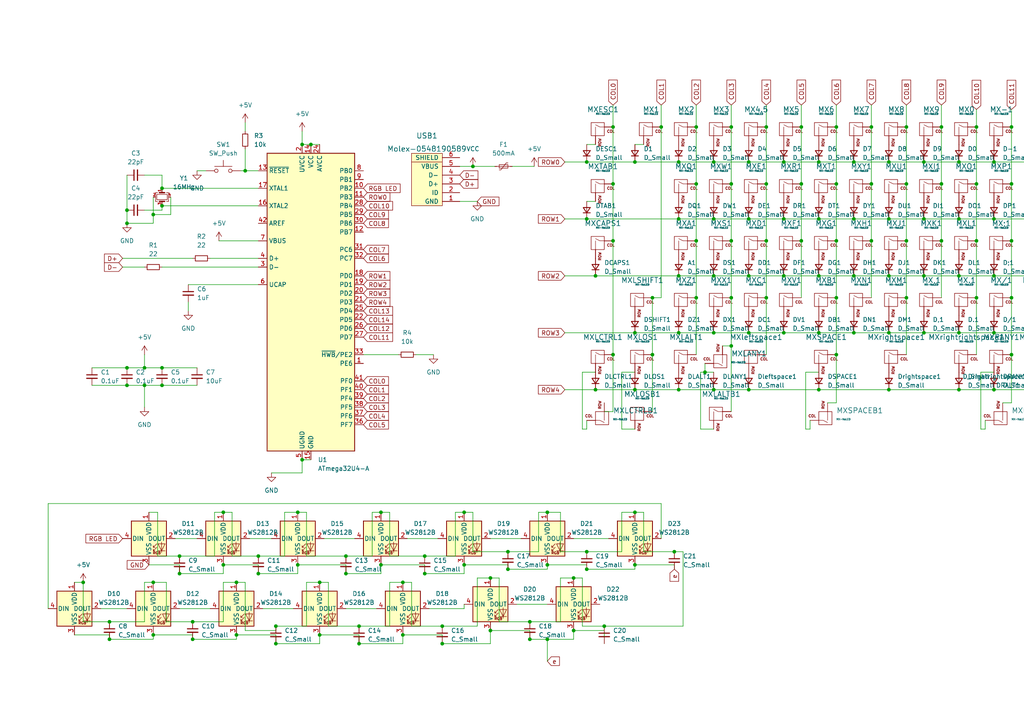
<source format=kicad_sch>
(kicad_sch (version 20211123) (generator eeschema)
  (paper "A4")
  (junction (at 278.13 113.03))
  (junction (at 247.65 46.99))
  (junction (at 36.83 111.76))
  (junction (at 313.69 53.34))
  (junction (at 195.58 160.02))
  (junction (at 100.33 166.37))
  (junction (at 232.41 69.85))
  (junction (at 46.99 59.69))
  (junction (at 184.15 113.03))
  (junction (at 222.25 69.85))
  (junction (at 87.63 133.35))
  (junction (at 323.85 36.83))
  (junction (at 46.99 54.61))
  (junction (at 41.91 106.68))
  (junction (at 31.75 185.42))
  (junction (at 227.33 46.99))
  (junction (at 201.93 86.36))
  (junction (at 196.85 46.99))
  (junction (at 303.53 83.82))
  (junction (at 237.49 80.01))
  (junction (at 134.62 148.59))
  (junction (at 278.13 96.52))
  (junction (at 262.89 53.34))
  (junction (at 184.15 163.83))
  (junction (at 293.37 69.85))
  (junction (at 110.49 163.83))
  (junction (at 46.99 111.76))
  (junction (at 323.85 69.85))
  (junction (at 288.29 96.52))
  (junction (at 207.01 63.5))
  (junction (at 267.97 46.99))
  (junction (at 308.61 63.5))
  (junction (at 217.17 63.5))
  (junction (at 212.09 100.33))
  (junction (at 288.29 46.99))
  (junction (at 207.01 80.01))
  (junction (at 177.8 69.85))
  (junction (at 316.23 107.95))
  (junction (at 170.18 165.1))
  (junction (at 147.32 165.1))
  (junction (at 207.01 46.99))
  (junction (at 52.07 161.29))
  (junction (at 252.73 53.34))
  (junction (at 80.01 186.69))
  (junction (at 201.93 69.85))
  (junction (at 323.85 83.82))
  (junction (at 170.18 46.99))
  (junction (at 303.53 53.34))
  (junction (at 212.09 86.36))
  (junction (at 278.13 46.99))
  (junction (at 158.75 185.42))
  (junction (at 177.8 53.34))
  (junction (at 184.15 148.59))
  (junction (at 104.14 181.61))
  (junction (at 55.88 180.34))
  (junction (at 313.69 69.85))
  (junction (at 153.67 185.42))
  (junction (at 278.13 63.5))
  (junction (at 100.33 161.29))
  (junction (at 134.62 163.83))
  (junction (at 308.61 80.01))
  (junction (at 267.97 80.01))
  (junction (at 158.75 163.83))
  (junction (at 24.13 168.91))
  (junction (at 288.29 80.01))
  (junction (at 172.72 113.03))
  (junction (at 41.91 111.76))
  (junction (at 123.19 166.37))
  (junction (at 116.84 184.15))
  (junction (at 252.73 69.85))
  (junction (at 293.37 102.87))
  (junction (at 92.71 184.15))
  (junction (at 217.17 46.99))
  (junction (at 227.33 63.5))
  (junction (at 242.57 53.34))
  (junction (at 158.75 148.59))
  (junction (at 44.45 184.15))
  (junction (at 52.07 166.37))
  (junction (at 247.65 80.01))
  (junction (at 237.49 113.03))
  (junction (at 153.67 180.34))
  (junction (at 273.05 36.83))
  (junction (at 177.8 102.87))
  (junction (at 166.37 167.64))
  (junction (at 212.09 36.83))
  (junction (at 212.09 69.85))
  (junction (at 196.85 96.52))
  (junction (at 222.25 53.34))
  (junction (at 237.49 96.52))
  (junction (at 189.23 86.36))
  (junction (at 207.01 113.03))
  (junction (at 128.27 186.69))
  (junction (at 207.01 96.52))
  (junction (at 137.16 48.26))
  (junction (at 44.45 168.91))
  (junction (at 323.85 86.36))
  (junction (at 273.05 69.85))
  (junction (at 237.49 63.5))
  (junction (at 283.21 69.85))
  (junction (at 247.65 63.5))
  (junction (at 142.24 167.64))
  (junction (at 303.53 36.83))
  (junction (at 222.25 86.36))
  (junction (at 87.63 41.91))
  (junction (at 170.18 160.02))
  (junction (at 204.47 107.95))
  (junction (at 257.81 96.52))
  (junction (at 212.09 53.34))
  (junction (at 217.17 96.52))
  (junction (at 267.97 96.52))
  (junction (at 90.17 41.91))
  (junction (at 273.05 53.34))
  (junction (at 257.81 80.01))
  (junction (at 288.29 113.03))
  (junction (at 242.57 69.85))
  (junction (at 237.49 46.99))
  (junction (at 110.49 148.59))
  (junction (at 293.37 36.83))
  (junction (at 104.14 186.69))
  (junction (at 116.84 168.91))
  (junction (at 262.89 36.83))
  (junction (at 196.85 63.5))
  (junction (at 242.57 36.83))
  (junction (at 298.45 113.03))
  (junction (at 288.29 63.5))
  (junction (at 196.85 80.01))
  (junction (at 86.36 163.83))
  (junction (at 293.37 53.34))
  (junction (at 177.8 36.83))
  (junction (at 201.93 53.34))
  (junction (at 247.65 96.52))
  (junction (at 252.73 36.83))
  (junction (at 313.69 36.83))
  (junction (at 323.85 53.34))
  (junction (at 123.19 161.29))
  (junction (at 217.17 80.01))
  (junction (at 128.27 181.61))
  (junction (at 257.81 63.5))
  (junction (at 36.83 106.68))
  (junction (at 36.83 64.77))
  (junction (at 278.13 80.01))
  (junction (at 36.83 60.96))
  (junction (at 262.89 69.85))
  (junction (at 227.33 96.52))
  (junction (at 184.15 46.99))
  (junction (at 227.33 80.01))
  (junction (at 232.41 53.34))
  (junction (at 298.45 96.52))
  (junction (at 303.53 86.36))
  (junction (at 308.61 113.03))
  (junction (at 74.93 166.37))
  (junction (at 175.26 181.61))
  (junction (at 283.21 36.83))
  (junction (at 55.88 185.42))
  (junction (at 298.45 80.01))
  (junction (at 323.85 100.33))
  (junction (at 189.23 102.87))
  (junction (at 92.71 168.91))
  (junction (at 196.85 113.03))
  (junction (at 46.99 106.68))
  (junction (at 257.81 46.99))
  (junction (at 308.61 46.99))
  (junction (at 172.72 80.01))
  (junction (at 191.77 36.83))
  (junction (at 262.89 86.36))
  (junction (at 64.77 163.83))
  (junction (at 74.93 161.29))
  (junction (at 86.36 148.59))
  (junction (at 80.01 181.61))
  (junction (at 31.75 180.34))
  (junction (at 298.45 46.99))
  (junction (at 170.18 63.5))
  (junction (at 242.57 102.87))
  (junction (at 217.17 113.03))
  (junction (at 267.97 63.5))
  (junction (at 166.37 182.88))
  (junction (at 68.58 184.15))
  (junction (at 142.24 182.88))
  (junction (at 257.81 113.03))
  (junction (at 64.77 148.59))
  (junction (at 71.12 49.53))
  (junction (at 201.93 36.83))
  (junction (at 283.21 86.36))
  (junction (at 293.37 86.36))
  (junction (at 242.57 86.36))
  (junction (at 68.58 168.91))
  (junction (at 232.41 36.83))
  (junction (at 184.15 96.52))
  (junction (at 303.53 69.85))
  (junction (at 298.45 63.5))
  (junction (at 44.45 62.23))
  (junction (at 283.21 53.34))
  (junction (at 222.25 36.83))
  (junction (at 147.32 160.02))
  (wire (pts (xy 201.93 69.85) (xy 201.93 86.36)))
  (wire (pts (xy 204.47 105.41) (xy 204.47 107.95)))
  (wire (pts (xy 29.21 176.53) (xy 36.83 176.53)))
  (wire (pts (xy 55.88 185.42) (xy 68.58 185.42)))
  (wire (pts (xy 80.01 182.88) (xy 71.12 182.88)))
  (wire (pts (xy 100.33 163.83) (xy 100.33 166.37)))
  (wire (pts (xy 323.85 69.85) (xy 323.85 83.82)))
  (wire (pts (xy 100.33 161.29) (xy 107.95 161.29)))
  (wire (pts (xy 95.25 181.61) (xy 95.25 168.91)))
  (wire (pts (xy 95.25 168.91) (xy 92.71 168.91)))
  (wire (pts (xy 278.13 96.52) (xy 288.29 96.52)))
  (wire (pts (xy 166.37 182.88) (xy 175.26 182.88)))
  (wire (pts (xy 119.38 181.61) (xy 119.38 168.91)))
  (wire (pts (xy 87.63 133.35) (xy 90.17 133.35)))
  (wire (pts (xy 273.05 36.83) (xy 273.05 53.34)))
  (wire (pts (xy 46.99 54.61) (xy 46.99 50.8)))
  (wire (pts (xy 71.12 182.88) (xy 71.12 168.91)))
  (wire (pts (xy 222.25 36.83) (xy 222.25 53.34)))
  (wire (pts (xy 170.18 46.99) (xy 184.15 46.99)))
  (wire (pts (xy 278.13 63.5) (xy 288.29 63.5)))
  (wire (pts (xy 175.26 181.61) (xy 168.91 181.61)))
  (wire (pts (xy 303.53 53.34) (xy 303.53 69.85)))
  (wire (pts (xy 142.24 186.69) (xy 142.24 182.88)))
  (wire (pts (xy 278.13 80.01) (xy 288.29 80.01)))
  (wire (pts (xy 128.27 184.15) (xy 128.27 186.69)))
  (wire (pts (xy 186.69 148.59) (xy 186.69 160.02)))
  (wire (pts (xy 234.95 124.46) (xy 234.95 121.92)))
  (wire (pts (xy 293.37 102.87) (xy 293.37 116.84)))
  (wire (pts (xy 212.09 53.34) (xy 212.09 69.85)))
  (wire (pts (xy 201.93 53.34) (xy 201.93 69.85)))
  (wire (pts (xy 54.61 82.55) (xy 74.93 82.55)))
  (wire (pts (xy 222.25 86.36) (xy 222.25 102.87)))
  (wire (pts (xy 110.49 163.83) (xy 123.19 163.83)))
  (wire (pts (xy 24.13 180.34) (xy 24.13 168.91)))
  (wire (pts (xy 26.67 111.76) (xy 36.83 111.76)))
  (wire (pts (xy 293.37 69.85) (xy 293.37 86.36)))
  (wire (pts (xy 267.97 63.5) (xy 278.13 63.5)))
  (wire (pts (xy 177.8 53.34) (xy 177.8 69.85)))
  (wire (pts (xy 36.83 60.96) (xy 36.83 64.77)))
  (wire (pts (xy 217.17 96.52) (xy 227.33 96.52)))
  (wire (pts (xy 290.83 116.84) (xy 293.37 116.84)))
  (wire (pts (xy 237.49 96.52) (xy 247.65 96.52)))
  (wire (pts (xy 68.58 168.91) (xy 64.77 168.91)))
  (wire (pts (xy 52.07 161.29) (xy 62.23 161.29)))
  (wire (pts (xy 166.37 167.64) (xy 162.56 167.64)))
  (wire (pts (xy 203.2 107.95) (xy 204.47 107.95)))
  (wire (pts (xy 55.88 184.15) (xy 55.88 185.42)))
  (wire (pts (xy 156.21 160.02) (xy 156.21 148.59)))
  (wire (pts (xy 158.75 185.42) (xy 166.37 185.42)))
  (wire (pts (xy 298.45 113.03) (xy 308.61 113.03)))
  (wire (pts (xy 203.2 124.46) (xy 203.2 107.95)))
  (wire (pts (xy 52.07 163.83) (xy 52.07 166.37)))
  (wire (pts (xy 196.85 63.5) (xy 207.01 63.5)))
  (wire (pts (xy 242.57 30.48) (xy 242.57 36.83)))
  (wire (pts (xy 207.01 124.46) (xy 203.2 124.46)))
  (wire (pts (xy 142.24 182.88) (xy 153.67 182.88)))
  (wire (pts (xy 177.8 69.85) (xy 177.8 102.87)))
  (wire (pts (xy 113.03 168.91) (xy 113.03 181.61)))
  (wire (pts (xy 64.77 163.83) (xy 74.93 163.83)))
  (wire (pts (xy 153.67 182.88) (xy 153.67 185.42)))
  (wire (pts (xy 88.9 181.61) (xy 80.01 181.61)))
  (wire (pts (xy 180.34 107.95) (xy 184.15 107.95)))
  (wire (pts (xy 44.45 184.15) (xy 55.88 184.15)))
  (wire (pts (xy 303.53 86.36) (xy 303.53 102.87)))
  (wire (pts (xy 148.59 48.26) (xy 154.94 48.26)))
  (wire (pts (xy 196.85 113.03) (xy 207.01 113.03)))
  (wire (pts (xy 207.01 80.01) (xy 217.17 80.01)))
  (wire (pts (xy 44.45 62.23) (xy 44.45 57.15)))
  (wire (pts (xy 191.77 156.21) (xy 191.77 146.05)))
  (wire (pts (xy 132.08 161.29) (xy 132.08 148.59)))
  (wire (pts (xy 87.63 41.91) (xy 90.17 41.91)))
  (wire (pts (xy 201.93 36.83) (xy 201.93 53.34)))
  (wire (pts (xy 46.99 77.47) (xy 74.93 77.47)))
  (wire (pts (xy 55.88 180.34) (xy 48.26 180.34)))
  (wire (pts (xy 191.77 36.83) (xy 191.77 86.36)))
  (wire (pts (xy 186.69 160.02) (xy 195.58 160.02)))
  (wire (pts (xy 323.85 31.75) (xy 323.85 36.83)))
  (wire (pts (xy 86.36 166.37) (xy 86.36 163.83)))
  (wire (pts (xy 175.26 182.88) (xy 175.26 186.69)))
  (wire (pts (xy 43.18 163.83) (xy 52.07 163.83)))
  (wire (pts (xy 21.59 168.91) (xy 24.13 168.91)))
  (wire (pts (xy 71.12 49.53) (xy 74.93 49.53)))
  (wire (pts (xy 222.25 53.34) (xy 222.25 69.85)))
  (wire (pts (xy 76.2 176.53) (xy 85.09 176.53)))
  (wire (pts (xy 41.91 180.34) (xy 31.75 180.34)))
  (wire (pts (xy 134.62 176.53) (xy 134.62 175.26)))
  (wire (pts (xy 257.81 63.5) (xy 267.97 63.5)))
  (wire (pts (xy 323.85 83.82) (xy 323.85 86.36)))
  (wire (pts (xy 184.15 148.59) (xy 186.69 148.59)))
  (wire (pts (xy 177.8 119.38) (xy 175.26 119.38)))
  (wire (pts (xy 46.99 111.76) (xy 57.15 111.76)))
  (wire (pts (xy 212.09 36.83) (xy 212.09 53.34)))
  (wire (pts (xy 128.27 181.61) (xy 119.38 181.61)))
  (wire (pts (xy 31.75 185.42) (xy 44.45 185.42)))
  (wire (pts (xy 71.12 43.18) (xy 71.12 49.53)))
  (wire (pts (xy 212.09 100.33) (xy 212.09 119.38)))
  (wire (pts (xy 323.85 83.82) (xy 332.74 83.82)))
  (wire (pts (xy 68.58 185.42) (xy 68.58 184.15)))
  (wire (pts (xy 293.37 86.36) (xy 293.37 102.87)))
  (wire (pts (xy 168.91 124.46) (xy 168.91 107.95)))
  (wire (pts (xy 104.14 184.15) (xy 104.14 186.69)))
  (wire (pts (xy 284.48 124.46) (xy 284.48 107.95)))
  (wire (pts (xy 41.91 111.76) (xy 46.99 111.76)))
  (wire (pts (xy 308.61 46.99) (xy 318.77 46.99)))
  (wire (pts (xy 222.25 30.48) (xy 222.25 36.83)))
  (wire (pts (xy 308.61 113.03) (xy 318.77 113.03)))
  (wire (pts (xy 92.71 186.69) (xy 92.71 184.15)))
  (wire (pts (xy 201.93 86.36) (xy 201.93 102.87)))
  (wire (pts (xy 191.77 146.05) (xy 13.97 146.05)))
  (wire (pts (xy 303.53 83.82) (xy 309.88 83.82)))
  (wire (pts (xy 82.55 148.59) (xy 86.36 148.59)))
  (wire (pts (xy 184.15 41.91) (xy 186.69 41.91)))
  (wire (pts (xy 170.18 163.83) (xy 170.18 165.1)))
  (wire (pts (xy 52.07 176.53) (xy 60.96 176.53)))
  (wire (pts (xy 227.33 63.5) (xy 237.49 63.5)))
  (wire (pts (xy 207.01 46.99) (xy 217.17 46.99)))
  (wire (pts (xy 36.83 50.8) (xy 36.83 60.96)))
  (wire (pts (xy 184.15 165.1) (xy 184.15 163.83)))
  (wire (pts (xy 262.89 69.85) (xy 262.89 86.36)))
  (wire (pts (xy 168.91 107.95) (xy 172.72 107.95)))
  (wire (pts (xy 45.72 161.29) (xy 52.07 161.29)))
  (wire (pts (xy 52.07 166.37) (xy 64.77 166.37)))
  (wire (pts (xy 44.45 62.23) (xy 49.53 62.23)))
  (wire (pts (xy 198.12 181.61) (xy 175.26 181.61)))
  (wire (pts (xy 46.99 106.68) (xy 57.15 106.68)))
  (wire (pts (xy 267.97 96.52) (xy 278.13 96.52)))
  (wire (pts (xy 184.15 113.03) (xy 196.85 113.03)))
  (wire (pts (xy 46.99 59.69) (xy 74.93 59.69)))
  (wire (pts (xy 87.63 133.35) (xy 87.63 137.16)))
  (wire (pts (xy 74.93 166.37) (xy 86.36 166.37)))
  (wire (pts (xy 82.55 161.29) (xy 82.55 148.59)))
  (wire (pts (xy 195.58 160.02) (xy 198.12 160.02)))
  (wire (pts (xy 177.8 30.48) (xy 177.8 36.83)))
  (wire (pts (xy 242.57 69.85) (xy 242.57 86.36)))
  (wire (pts (xy 257.81 80.01) (xy 267.97 80.01)))
  (wire (pts (xy 233.68 124.46) (xy 234.95 124.46)))
  (wire (pts (xy 308.61 63.5) (xy 318.77 63.5)))
  (wire (pts (xy 227.33 46.99) (xy 237.49 46.99)))
  (wire (pts (xy 113.03 148.59) (xy 113.03 161.29)))
  (wire (pts (xy 318.77 124.46) (xy 314.96 124.46)))
  (wire (pts (xy 172.72 113.03) (xy 184.15 113.03)))
  (wire (pts (xy 64.77 168.91) (xy 64.77 180.34)))
  (wire (pts (xy 88.9 148.59) (xy 88.9 161.29)))
  (wire (pts (xy 316.23 107.95) (xy 318.77 107.95)))
  (wire (pts (xy 288.29 46.99) (xy 298.45 46.99)))
  (wire (pts (xy 123.19 163.83) (xy 123.19 166.37)))
  (wire (pts (xy 313.69 69.85) (xy 313.69 102.87)))
  (wire (pts (xy 207.01 96.52) (xy 217.17 96.52)))
  (wire (pts (xy 273.05 69.85) (xy 273.05 86.36)))
  (wire (pts (xy 313.69 36.83) (xy 313.69 53.34)))
  (wire (pts (xy 242.57 36.83) (xy 242.57 53.34)))
  (wire (pts (xy 68.58 184.15) (xy 80.01 184.15)))
  (wire (pts (xy 21.59 184.15) (xy 31.75 184.15)))
  (wire (pts (xy 318.77 91.44) (xy 327.66 91.44)))
  (wire (pts (xy 252.73 30.48) (xy 252.73 36.83)))
  (wire (pts (xy 191.77 86.36) (xy 189.23 86.36)))
  (wire (pts (xy 196.85 80.01) (xy 207.01 80.01)))
  (wire (pts (xy 180.34 160.02) (xy 180.34 148.59)))
  (wire (pts (xy 48.26 168.91) (xy 44.45 168.91)))
  (wire (pts (xy 323.85 36.83) (xy 323.85 53.34)))
  (wire (pts (xy 147.32 165.1) (xy 158.75 165.1)))
  (wire (pts (xy 142.24 156.21) (xy 151.13 156.21)))
  (wire (pts (xy 168.91 124.46) (xy 170.18 124.46)))
  (wire (pts (xy 175.26 119.38) (xy 175.26 116.84)))
  (wire (pts (xy 217.17 80.01) (xy 227.33 80.01)))
  (wire (pts (xy 180.34 124.46) (xy 180.34 107.95)))
  (wire (pts (xy 46.99 54.61) (xy 74.93 54.61)))
  (wire (pts (xy 285.75 124.46) (xy 285.75 121.92)))
  (wire (pts (xy 88.9 161.29) (xy 100.33 161.29)))
  (wire (pts (xy 50.8 156.21) (xy 57.15 156.21)))
  (wire (pts (xy 293.37 31.75) (xy 293.37 36.83)))
  (wire (pts (xy 69.85 49.53) (xy 71.12 49.53)))
  (wire (pts (xy 170.18 165.1) (xy 184.15 165.1)))
  (wire (pts (xy 87.63 137.16) (xy 78.74 137.16)))
  (wire (pts (xy 242.57 86.36) (xy 242.57 102.87)))
  (wire (pts (xy 293.37 36.83) (xy 293.37 53.34)))
  (wire (pts (xy 252.73 69.85) (xy 252.73 86.36)))
  (wire (pts (xy 123.19 166.37) (xy 134.62 166.37)))
  (wire (pts (xy 144.78 180.34) (xy 144.78 167.64)))
  (wire (pts (xy 158.75 185.42) (xy 158.75 191.77)))
  (wire (pts (xy 163.83 96.52) (xy 184.15 96.52)))
  (wire (pts (xy 189.23 102.87) (xy 189.23 119.38)))
  (wire (pts (xy 72.39 156.21) (xy 78.74 156.21)))
  (wire (pts (xy 308.61 80.01) (xy 318.77 80.01)))
  (wire (pts (xy 170.18 41.91) (xy 172.72 41.91)))
  (wire (pts (xy 209.55 100.33) (xy 212.09 100.33)))
  (wire (pts (xy 313.69 53.34) (xy 313.69 69.85)))
  (wire (pts (xy 158.75 165.1) (xy 158.75 163.83)))
  (wire (pts (xy 110.49 148.59) (xy 113.03 148.59)))
  (wire (pts (xy 86.36 163.83) (xy 100.33 163.83)))
  (wire (pts (xy 168.91 167.64) (xy 166.37 167.64)))
  (wire (pts (xy 149.86 175.26) (xy 158.75 175.26)))
  (wire (pts (xy 232.41 30.48) (xy 232.41 36.83)))
  (wire (pts (xy 163.83 63.5) (xy 170.18 63.5)))
  (wire (pts (xy 35.56 77.47) (xy 41.91 77.47)))
  (wire (pts (xy 80.01 184.15) (xy 80.01 186.69)))
  (wire (pts (xy 284.48 124.46) (xy 285.75 124.46)))
  (wire (pts (xy 124.46 176.53) (xy 134.62 176.53)))
  (wire (pts (xy 180.34 148.59) (xy 184.15 148.59)))
  (wire (pts (xy 303.53 69.85) (xy 303.53 83.82)))
  (wire (pts (xy 36.83 106.68) (xy 41.91 106.68)))
  (wire (pts (xy 63.5 69.85) (xy 74.93 69.85)))
  (wire (pts (xy 107.95 148.59) (xy 110.49 148.59)))
  (wire (pts (xy 237.49 80.01) (xy 247.65 80.01)))
  (wire (pts (xy 252.73 53.34) (xy 252.73 69.85)))
  (wire (pts (xy 204.47 107.95) (xy 207.01 107.95)))
  (wire (pts (xy 242.57 102.87) (xy 242.57 116.84)))
  (wire (pts (xy 116.84 186.69) (xy 116.84 184.15)))
  (wire (pts (xy 184.15 163.83) (xy 195.58 163.83)))
  (wire (pts (xy 252.73 36.83) (xy 252.73 53.34)))
  (wire (pts (xy 284.48 107.95) (xy 288.29 107.95)))
  (wire (pts (xy 92.71 184.15) (xy 104.14 184.15)))
  (wire (pts (xy 88.9 168.91) (xy 88.9 181.61)))
  (wire (pts (xy 273.05 53.34) (xy 273.05 69.85)))
  (wire (pts (xy 110.49 166.37) (xy 110.49 163.83)))
  (wire (pts (xy 133.35 48.26) (xy 137.16 48.26)))
  (wire (pts (xy 123.19 161.29) (xy 132.08 161.29)))
  (wire (pts (xy 92.71 168.91) (xy 88.9 168.91)))
  (wire (pts (xy 54.61 87.63) (xy 54.61 90.17)))
  (wire (pts (xy 288.29 63.5) (xy 298.45 63.5)))
  (wire (pts (xy 120.65 102.87) (xy 125.73 102.87)))
  (wire (pts (xy 113.03 161.29) (xy 123.19 161.29)))
  (wire (pts (xy 44.45 185.42) (xy 44.45 184.15)))
  (wire (pts (xy 116.84 184.15) (xy 128.27 184.15)))
  (wire (pts (xy 323.85 100.33) (xy 323.85 119.38)))
  (wire (pts (xy 298.45 80.01) (xy 308.61 80.01)))
  (wire (pts (xy 316.23 105.41) (xy 316.23 107.95)))
  (wire (pts (xy 45.72 148.59) (xy 45.72 161.29)))
  (wire (pts (xy 212.09 30.48) (xy 212.09 36.83)))
  (wire (pts (xy 144.78 167.64) (xy 142.24 167.64)))
  (wire (pts (xy 163.83 80.01) (xy 172.72 80.01)))
  (wire (pts (xy 267.97 46.99) (xy 278.13 46.99)))
  (wire (pts (xy 217.17 113.03) (xy 237.49 113.03)))
  (wire (pts (xy 321.31 100.33) (xy 323.85 100.33)))
  (wire (pts (xy 262.89 30.48) (xy 262.89 36.83)))
  (wire (pts (xy 137.16 148.59) (xy 137.16 160.02)))
  (wire (pts (xy 247.65 96.52) (xy 257.81 96.52)))
  (wire (pts (xy 198.12 160.02) (xy 198.12 181.61)))
  (wire (pts (xy 327.66 88.9) (xy 327.66 91.44)))
  (wire (pts (xy 237.49 46.99) (xy 247.65 46.99)))
  (wire (pts (xy 46.99 50.8) (xy 41.91 50.8)))
  (wire (pts (xy 90.17 41.91) (xy 92.71 41.91)))
  (wire (pts (xy 147.32 163.83) (xy 147.32 165.1)))
  (wire (pts (xy 41.91 106.68) (xy 46.99 106.68)))
  (wire (pts (xy 44.45 64.77) (xy 44.45 62.23)))
  (wire (pts (xy 64.77 166.37) (xy 64.77 163.83)))
  (wire (pts (xy 137.16 48.26) (xy 143.51 48.26)))
  (wire (pts (xy 232.41 53.34) (xy 232.41 69.85)))
  (wire (pts (xy 71.12 35.56) (xy 71.12 38.1)))
  (wire (pts (xy 163.83 46.99) (xy 170.18 46.99)))
  (wire (pts (xy 116.84 168.91) (xy 113.03 168.91)))
  (wire (pts (xy 35.56 74.93) (xy 55.88 74.93)))
  (wire (pts (xy 153.67 185.42) (xy 158.75 185.42)))
  (wire (pts (xy 137.16 160.02) (xy 147.32 160.02)))
  (wire (pts (xy 232.41 69.85) (xy 232.41 86.36)))
  (wire (pts (xy 36.83 64.77) (xy 44.45 64.77)))
  (wire (pts (xy 217.17 63.5) (xy 227.33 63.5)))
  (wire (pts (xy 303.53 36.83) (xy 303.53 53.34)))
  (wire (pts (xy 133.35 58.42) (xy 138.43 58.42)))
  (wire (pts (xy 303.53 31.75) (xy 303.53 36.83)))
  (wire (pts (xy 323.85 53.34) (xy 323.85 69.85)))
  (wire (pts (xy 189.23 86.36) (xy 189.23 102.87)))
  (wire (pts (xy 100.33 166.37) (xy 110.49 166.37)))
  (wire (pts (xy 158.75 148.59) (xy 162.56 148.59)))
  (wire (pts (xy 298.45 63.5) (xy 308.61 63.5)))
  (wire (pts (xy 257.81 113.03) (xy 278.13 113.03)))
  (wire (pts (xy 184.15 46.99) (xy 196.85 46.99)))
  (wire (pts (xy 44.45 168.91) (xy 41.91 168.91)))
  (wire (pts (xy 118.11 156.21) (xy 127 156.21)))
  (wire (pts (xy 74.93 163.83) (xy 74.93 166.37)))
  (wire (pts (xy 67.31 148.59) (xy 67.31 161.29)))
  (wire (pts (xy 177.8 36.83) (xy 177.8 53.34)))
  (wire (pts (xy 86.36 148.59) (xy 88.9 148.59)))
  (wire (pts (xy 196.85 46.99) (xy 207.01 46.99)))
  (wire (pts (xy 113.03 181.61) (xy 104.14 181.61)))
  (wire (pts (xy 196.85 96.52) (xy 207.01 96.52)))
  (wire (pts (xy 62.23 148.59) (xy 64.77 148.59)))
  (wire (pts (xy 293.37 53.34) (xy 293.37 69.85)))
  (wire (pts (xy 247.65 46.99) (xy 257.81 46.99)))
  (wire (pts (xy 62.23 161.29) (xy 62.23 148.59)))
  (wire (pts (xy 162.56 167.64) (xy 162.56 180.34)))
  (wire (pts (xy 170.18 124.46) (xy 170.18 121.92)))
  (wire (pts (xy 104.14 181.61) (xy 95.25 181.61)))
  (wire (pts (xy 60.96 74.93) (xy 74.93 74.93)))
  (wire (pts (xy 170.18 63.5) (xy 196.85 63.5)))
  (wire (pts (xy 158.75 163.83) (xy 170.18 163.83)))
  (wire (pts (xy 303.53 83.82) (xy 303.53 86.36)))
  (wire (pts (xy 217.17 46.99) (xy 227.33 46.99)))
  (wire (pts (xy 257.81 96.52) (xy 267.97 96.52)))
  (wire (pts (xy 184.15 124.46) (xy 180.34 124.46)))
  (wire (pts (xy 119.38 168.91) (xy 116.84 168.91)))
  (wire (pts (xy 237.49 113.03) (xy 257.81 113.03)))
  (wire (pts (xy 222.25 69.85) (xy 222.25 86.36)))
  (wire (pts (xy 67.31 161.29) (xy 74.93 161.29)))
  (wire (pts (xy 132.08 148.59) (xy 134.62 148.59)))
  (wire (pts (xy 105.41 102.87) (xy 115.57 102.87)))
  (wire (pts (xy 74.93 161.29) (xy 82.55 161.29)))
  (wire (pts (xy 168.91 181.61) (xy 168.91 167.64)))
  (wire (pts (xy 288.29 113.03) (xy 298.45 113.03)))
  (wire (pts (xy 172.72 80.01) (xy 196.85 80.01)))
  (wire (pts (xy 273.05 30.48) (xy 273.05 36.83)))
  (wire (pts (xy 41.91 60.96) (xy 46.99 60.96)))
  (wire (pts (xy 162.56 180.34) (xy 153.67 180.34)))
  (wire (pts (xy 41.91 102.87) (xy 41.91 106.68)))
  (wire (pts (xy 288.29 80.01) (xy 298.45 80.01)))
  (wire (pts (xy 153.67 180.34) (xy 144.78 180.34)))
  (wire (pts (xy 212.09 86.36) (xy 212.09 100.33)))
  (wire (pts (xy 93.98 156.21) (xy 102.87 156.21)))
  (wire (pts (xy 57.15 49.53) (xy 59.69 49.53)))
  (wire (pts (xy 298.45 91.44) (xy 304.8 91.44)))
  (wire (pts (xy 240.03 116.84) (xy 242.57 116.84)))
  (wire (pts (xy 323.85 86.36) (xy 323.85 100.33)))
  (wire (pts (xy 162.56 160.02) (xy 170.18 160.02)))
  (wire (pts (xy 278.13 46.99) (xy 288.29 46.99)))
  (wire (pts (xy 177.8 102.87) (xy 177.8 119.38)))
  (wire (pts (xy 207.01 63.5) (xy 217.17 63.5)))
  (wire (pts (xy 46.99 60.96) (xy 46.99 59.69)))
  (wire (pts (xy 13.97 146.05) (xy 13.97 176.53)))
  (wire (pts (xy 134.62 148.59) (xy 137.16 148.59)))
  (wire (pts (xy 64.77 148.59) (xy 67.31 148.59)))
  (wire (pts (xy 267.97 80.01) (xy 278.13 80.01)))
  (wire (pts (xy 227.33 96.52) (xy 237.49 96.52)))
  (wire (pts (xy 49.53 62.23) (xy 49.53 57.15)))
  (wire (pts (xy 207.01 113.03) (xy 217.17 113.03)))
  (wire (pts (xy 233.68 124.46) (xy 233.68 107.95)))
  (wire (pts (xy 170.18 58.42) (xy 172.72 58.42)))
  (wire (pts (xy 262.89 36.83) (xy 262.89 53.34)))
  (wire (pts (xy 313.69 31.75) (xy 313.69 36.83)))
  (wire (pts (xy 26.67 106.68) (xy 36.83 106.68)))
  (wire (pts (xy 138.43 181.61) (xy 128.27 181.61)))
  (wire (pts (xy 134.62 166.37) (xy 134.62 163.83)))
  (wire (pts (xy 166.37 156.21) (xy 176.53 156.21)))
  (wire (pts (xy 142.24 167.64) (xy 138.43 167.64)))
  (wire (pts (xy 212.09 69.85) (xy 212.09 86.36)))
  (wire (pts (xy 100.33 176.53) (xy 109.22 176.53)))
  (wire (pts (xy 237.49 63.5) (xy 247.65 63.5)))
  (wire (pts (xy 242.57 53.34) (xy 242.57 69.85)))
  (wire (pts (xy 314.96 107.95) (xy 316.23 107.95)))
  (wire (pts (xy 31.75 184.15) (xy 31.75 185.42)))
  (wire (pts (xy 278.13 113.03) (xy 288.29 113.03)))
  (wire (pts (xy 80.01 181.61) (xy 80.01 182.88)))
  (wire (pts (xy 283.21 69.85) (xy 283.21 86.36)))
  (wire (pts (xy 104.14 186.69) (xy 116.84 186.69)))
  (wire (pts (xy 257.81 46.99) (xy 267.97 46.99)))
  (wire (pts (xy 288.29 96.52) (xy 298.45 96.52)))
  (wire (pts (xy 283.21 31.75) (xy 283.21 36.83)))
  (wire (pts (xy 48.26 180.34) (xy 48.26 168.91)))
  (wire (pts (xy 41.91 111.76) (xy 41.91 118.11)))
  (wire (pts (xy 298.45 96.52) (xy 318.77 96.52)))
  (wire (pts (xy 31.75 180.34) (xy 24.13 180.34)))
  (wire (pts (xy 247.65 80.01) (xy 257.81 80.01)))
  (wire (pts (xy 80.01 186.69) (xy 92.71 186.69)))
  (wire (pts (xy 128.27 186.69) (xy 142.24 186.69)))
  (wire (pts (xy 138.43 167.64) (xy 138.43 181.61)))
  (wire (pts (xy 262.89 53.34) (xy 262.89 69.85)))
  (wire (pts (xy 107.95 161.29) (xy 107.95 148.59)))
  (wire (pts (xy 43.18 148.59) (xy 45.72 148.59)))
  (wire (pts (xy 232.41 36.83) (xy 232.41 53.34)))
  (wire (pts (xy 283.21 36.83) (xy 283.21 53.34)))
  (wire (pts (xy 247.65 63.5) (xy 257.81 63.5)))
  (wire (pts (xy 233.68 107.95) (xy 237.49 107.95)))
  (wire (pts (xy 283.21 86.36) (xy 283.21 102.87)))
  (wire (pts (xy 191.77 30.48) (xy 191.77 36.83)))
  (wire (pts (xy 71.12 168.91) (xy 68.58 168.91)))
  (wire (pts (xy 298.45 46.99) (xy 308.61 46.99)))
  (wire (pts (xy 314.96 124.46) (xy 314.96 107.95)))
  (wire (pts (xy 166.37 185.42) (xy 166.37 182.88)))
  (wire (pts (xy 162.56 148.59) (xy 162.56 160.02)))
  (wire (pts (xy 134.62 163.83) (xy 147.32 163.83)))
  (wire (pts (xy 87.63 38.1) (xy 87.63 41.91)))
  (wire (pts (xy 147.32 160.02) (xy 156.21 160.02)))
  (wire (pts (xy 262.89 86.36) (xy 262.89 102.87)))
  (wire (pts (xy 64.77 180.34) (xy 55.88 180.34)))
  (wire (pts (xy 195.58 163.83) (xy 195.58 165.1)))
  (wire (pts (xy 227.33 80.01) (xy 237.49 80.01)))
  (wire (pts (xy 283.21 53.34) (xy 283.21 69.85)))
  (wire (pts (xy 163.83 113.03) (xy 172.72 113.03)))
  (wire (pts (xy 41.91 168.91) (xy 41.91 180.34)))
  (wire (pts (xy 36.83 111.76) (xy 41.91 111.76)))
  (wire (pts (xy 184.15 96.52) (xy 196.85 96.52)))
  (wire (pts (xy 170.18 160.02) (xy 180.34 160.02)))
  (wire (pts (xy 304.8 88.9) (xy 304.8 91.44)))
  (wire (pts (xy 156.21 148.59) (xy 158.75 148.59)))
  (wire (pts (xy 201.93 30.48) (xy 201.93 36.83)))
  (global_label "GND" (shape input) (at 43.18 163.83 180) (property "Intersheet References" "${INTERSHEET_REFS}" (effects hide)))
  (global_label "ROW0" (shape input) (at 163.83 46.99 180) (property "Intersheet References" "${INTERSHEET_REFS}" (effects hide)))
  (global_label "D-" (shape input) (at 133.35 50.8 0) (property "Intersheet References" "${INTERSHEET_REFS}" (effects hide)))
  (global_label "COL13" (shape input) (at 313.69 31.75 90) (property "Intersheet References" "${INTERSHEET_REFS}" (effects hide)))
  (global_label "COL0" (shape input) (at 177.8 30.48 90) (property "Intersheet References" "${INTERSHEET_REFS}" (effects hide)))
  (global_label "ROW3" (shape input) (at 163.83 96.52 180) (property "Intersheet References" "${INTERSHEET_REFS}" (effects hide)))
  (global_label "COL14" (shape input) (at 105.41 92.71 0) (property "Intersheet References" "${INTERSHEET_REFS}" (effects hide)))
  (global_label "COL2" (shape input) (at 201.93 30.48 90) (property "Intersheet References" "${INTERSHEET_REFS}" (effects hide)))
  (global_label "ROW0" (shape input) (at 105.41 57.15 0) (property "Intersheet References" "${INTERSHEET_REFS}" (effects hide)))
  (global_label "COL12" (shape input) (at 105.41 95.25 0) (property "Intersheet References" "${INTERSHEET_REFS}" (effects hide)))
  (global_label "ROW4" (shape input) (at 163.83 113.03 180) (property "Intersheet References" "${INTERSHEET_REFS}" (effects hide)))
  (global_label "COL4" (shape input) (at 222.25 30.48 90) (property "Intersheet References" "${INTERSHEET_REFS}" (effects hide)))
  (global_label "COL11" (shape input) (at 105.41 97.79 0) (property "Intersheet References" "${INTERSHEET_REFS}" (effects hide)))
  (global_label "COL8" (shape input) (at 105.41 64.77 0) (property "Intersheet References" "${INTERSHEET_REFS}" (effects hide)))
  (global_label "COL10" (shape input) (at 283.21 31.75 90) (property "Intersheet References" "${INTERSHEET_REFS}" (effects hide)))
  (global_label "GND" (shape input) (at 138.43 58.42 0) (property "Intersheet References" "${INTERSHEET_REFS}" (effects hide)))
  (global_label "COL6" (shape input) (at 105.41 74.93 0) (property "Intersheet References" "${INTERSHEET_REFS}" (effects hide)))
  (global_label "COL3" (shape input) (at 105.41 118.11 0) (property "Intersheet References" "${INTERSHEET_REFS}" (effects hide)))
  (global_label "COL5" (shape input) (at 232.41 30.48 90) (property "Intersheet References" "${INTERSHEET_REFS}" (effects hide)))
  (global_label "COL9" (shape input) (at 273.05 30.48 90) (property "Intersheet References" "${INTERSHEET_REFS}" (effects hide)))
  (global_label "COL6" (shape input) (at 242.57 30.48 90) (property "Intersheet References" "${INTERSHEET_REFS}" (effects hide)))
  (global_label "COL7" (shape input) (at 105.41 72.39 0) (property "Intersheet References" "${INTERSHEET_REFS}" (effects hide)))
  (global_label "COL14" (shape input) (at 323.85 31.75 90) (property "Intersheet References" "${INTERSHEET_REFS}" (effects hide)))
  (global_label "ROW1" (shape input) (at 105.41 80.01 0) (property "Intersheet References" "${INTERSHEET_REFS}" (effects hide)))
  (global_label "COL0" (shape input) (at 105.41 110.49 0) (property "Intersheet References" "${INTERSHEET_REFS}" (effects hide)))
  (global_label "COL13" (shape input) (at 105.41 90.17 0) (property "Intersheet References" "${INTERSHEET_REFS}" (effects hide)))
  (global_label "COL9" (shape input) (at 105.41 62.23 0) (property "Intersheet References" "${INTERSHEET_REFS}" (effects hide)))
  (global_label "COL12" (shape input) (at 303.53 31.75 90) (property "Intersheet References" "${INTERSHEET_REFS}" (effects hide)))
  (global_label "ROW2" (shape input) (at 105.41 82.55 0) (property "Intersheet References" "${INTERSHEET_REFS}" (effects hide)))
  (global_label "RGB LED" (shape input) (at 35.56 156.21 180) (property "Intersheet References" "${INTERSHEET_REFS}" (effects hide)))
  (global_label "COL3" (shape input) (at 212.09 30.48 90) (property "Intersheet References" "${INTERSHEET_REFS}" (effects hide)))
  (global_label "COL11" (shape input) (at 293.37 31.75 90) (property "Intersheet References" "${INTERSHEET_REFS}" (effects hide)))
  (global_label "COL1" (shape input) (at 105.41 113.03 0) (property "Intersheet References" "${INTERSHEET_REFS}" (effects hide)))
  (global_label "D+" (shape input) (at 133.35 53.34 0) (property "Intersheet References" "${INTERSHEET_REFS}" (effects hide)))
  (global_label "ROW2" (shape input) (at 163.83 80.01 180) (property "Intersheet References" "${INTERSHEET_REFS}" (effects hide)))
  (global_label "COL8" (shape input) (at 262.89 30.48 90) (property "Intersheet References" "${INTERSHEET_REFS}" (effects hide)))
  (global_label "e" (shape input) (at 195.58 165.1 270) (property "Intersheet References" "${INTERSHEET_REFS}" (effects hide)))
  (global_label "D+" (shape input) (at 35.56 74.93 180) (property "Intersheet References" "${INTERSHEET_REFS}" (effects hide)))
  (global_label "COL2" (shape input) (at 105.41 115.57 0) (property "Intersheet References" "${INTERSHEET_REFS}" (effects hide)))
  (global_label "COL1" (shape input) (at 191.77 30.48 90) (property "Intersheet References" "${INTERSHEET_REFS}" (effects hide)))
  (global_label "ROW1" (shape input) (at 163.83 63.5 180) (property "Intersheet References" "${INTERSHEET_REFS}" (effects hide)))
  (global_label "ROW4" (shape input) (at 105.41 87.63 0) (property "Intersheet References" "${INTERSHEET_REFS}" (effects hide)))
  (global_label "D-" (shape input) (at 35.56 77.47 180) (property "Intersheet References" "${INTERSHEET_REFS}" (effects hide)))
  (global_label "RGB LED" (shape input) (at 105.41 54.61 0) (property "Intersheet References" "${INTERSHEET_REFS}" (effects hide)))
  (global_label "COL7" (shape input) (at 252.73 30.48 90) (property "Intersheet References" "${INTERSHEET_REFS}" (effects hide)))
  (global_label "ROW3" (shape input) (at 105.41 85.09 0) (property "Intersheet References" "${INTERSHEET_REFS}" (effects hide)))
  (global_label "COL4" (shape input) (at 105.41 120.65 0) (property "Intersheet References" "${INTERSHEET_REFS}" (effects hide)))
  (global_label "e" (shape input) (at 158.75 191.77 0) (property "Intersheet References" "${INTERSHEET_REFS}" (effects hide)))
  (global_label "COL10" (shape input) (at 105.41 59.69 0) (property "Intersheet References" "${INTERSHEET_REFS}" (effects hide)))
  (global_label "COL5" (shape input) (at 105.41 123.19 0) (property "Intersheet References" "${INTERSHEET_REFS}" (effects hide)))
  (symbol (lib_id "MX_Alps_Hybrid:MX-NoLED") (at 309.88 71.12 0) (unit 1)
    (property "Reference" "MXISO1" (at 310.7656 64.77 0) (effects (font (size 1.524 1.524))))
    (property "Value" "MX-NoLED" (at 310.7656 66.04 0) (effects (font (size 0.508 0.508))))
    (property "Footprint" "Alps_Only:skccWithborder" (effects hide))
  )
  (symbol (lib_id "Device:C_Small") (at 195.58 162.56 0) (unit 1)
    (property "Reference" "C21" (at 198.12 161.2962 0) (effects (justify left)))
    (property "Value" "C_Small" (at 198.12 163.8362 0) (effects (justify left)))
    (property "Footprint" "Capacitor_SMD:C_0603_1608Metric" (effects hide))
  )
  (symbol (lib_id "MX_Alps_Hybrid:MX-NoLED") (at 218.44 104.14 0) (unit 1)
    (property "Reference" "MXleftspace1" (at 219.3256 97.79 0) (effects (font (size 1.524 1.524))))
    (property "Value" "MX-NoLED" (at 219.3256 99.06 0) (effects (font (size 0.508 0.508))))
    (property "Footprint" "Alps_Only:skcc1.5" (effects hide))
  )
  (symbol (lib_id "Device:D_Small") (at 288.29 44.45 90) (unit 1)
    (property "Reference" "D-1" (at 290.83 43.1799 90) (effects (justify right)))
    (property "Value" "D_Small" (at 290.83 45.7199 90) (effects (justify right)))
    (property "Footprint" "Diode_SMD:D_SOD-123" (effects hide))
  )
  (symbol (lib_id "MX_Alps_Hybrid:MX-NoLED") (at 279.4 38.1 0) (unit 1)
    (property "Reference" "MX0" (at 280.2856 31.75 0) (effects (font (size 1.524 1.524))))
    (property "Value" "MX-NoLED" (at 280.2856 33.02 0) (effects (font (size 0.508 0.508))))
    (property "Footprint" "Alps_Only:skccWithborder" (effects hide))
  )
  (symbol (lib_id "Device:D_Small") (at 308.61 60.96 90) (unit 1)
    (property "Reference" "D]1" (at 311.15 59.6899 90) (effects (justify right)))
    (property "Value" "D_Small" (at 311.15 62.2299 90) (effects (justify right)))
    (property "Footprint" "Diode_SMD:D_SOD-123" (effects hide))
  )
  (symbol (lib_id "MX_Alps_Hybrid:MX-NoLED") (at 289.56 38.1 0) (unit 1)
    (property "Reference" "MX-1" (at 290.4456 31.75 0) (effects (font (size 1.524 1.524))))
    (property "Value" "MX-NoLED" (at 290.4456 33.02 0) (effects (font (size 0.508 0.508))))
    (property "Footprint" "Alps_Only:skccWithborder" (effects hide))
  )
  (symbol (lib_id "Device:D_Small") (at 298.45 60.96 90) (unit 1)
    (property "Reference" "D[1" (at 300.99 59.6899 90) (effects (justify right)))
    (property "Value" "D_Small" (at 300.99 62.2299 90) (effects (justify right)))
    (property "Footprint" "Diode_SMD:D_SOD-123" (effects hide))
  )
  (symbol (lib_id "Device:D_Small") (at 278.13 110.49 90) (unit 1)
    (property "Reference" "Drightrightspace1" (at 280.67 109.2199 90) (effects (justify right)))
    (property "Value" "D_Small" (at 280.67 111.7599 90) (effects (justify right)))
    (property "Footprint" "Diode_SMD:D_SOD-123" (effects hide))
  )
  (symbol (lib_id "Device:D_Small") (at 207.01 60.96 90) (unit 1)
    (property "Reference" "DW1" (at 209.55 59.6899 90) (effects (justify right)))
    (property "Value" "D_Small" (at 209.55 62.2299 90) (effects (justify right)))
    (property "Footprint" "Diode_SMD:D_SOD-123" (effects hide))
  )
  (symbol (lib_id "MX_Alps_Hybrid:MX-NoLED") (at 208.28 54.61 0) (unit 1)
    (property "Reference" "MXW1" (at 209.1656 48.26 0) (effects (font (size 1.524 1.524))))
    (property "Value" "MX-NoLED" (at 209.1656 49.53 0) (effects (font (size 0.508 0.508))))
    (property "Footprint" "Alps_Only:skccWithborder" (effects hide))
  )
  (symbol (lib_id "Device:C_Small") (at 74.93 163.83 0) (unit 1)
    (property "Reference" "C11" (at 77.47 162.5662 0) (effects (justify left)))
    (property "Value" "C_Small" (at 77.47 165.1062 0) (effects (justify left)))
    (property "Footprint" "Capacitor_SMD:C_0603_1608Metric" (effects hide))
  )
  (symbol (lib_id "MX_Alps_Hybrid:MX-NoLED") (at 173.99 54.61 0) (unit 1)
    (property "Reference" "MXTAB1" (at 174.8756 48.26 0) (effects (font (size 1.524 1.524))))
    (property "Value" "MX-NoLED" (at 174.8756 49.53 0) (effects (font (size 0.508 0.508))))
    (property "Footprint" "Alps_Only:skcc1.5" (effects hide))
  )
  (symbol (lib_id "Device:D_Small") (at 247.65 60.96 90) (unit 1)
    (property "Reference" "DY1" (at 250.19 59.6899 90) (effects (justify right)))
    (property "Value" "D_Small" (at 250.19 62.2299 90) (effects (justify right)))
    (property "Footprint" "Diode_SMD:D_SOD-123" (effects hide))
  )
  (symbol (lib_id "Device:D_Small") (at 278.13 60.96 90) (unit 1)
    (property "Reference" "DO1" (at 280.67 59.6899 90) (effects (justify right)))
    (property "Value" "D_Small" (at 280.67 62.2299 90) (effects (justify right)))
    (property "Footprint" "Diode_SMD:D_SOD-123" (effects hide))
  )
  (symbol (lib_id "Device:D_Small") (at 278.13 44.45 90) (unit 1)
    (property "Reference" "D0" (at 280.67 43.1799 90) (effects (justify right)))
    (property "Value" "D_Small" (at 280.67 45.7199 90) (effects (justify right)))
    (property "Footprint" "Diode_SMD:D_SOD-123" (effects hide))
  )
  (symbol (lib_id "MX_Alps_Hybrid:MX-NoLED") (at 218.44 54.61 0) (unit 1)
    (property "Reference" "MXE1" (at 219.3256 48.26 0) (effects (font (size 1.524 1.524))))
    (property "Value" "MX-NoLED" (at 219.3256 49.53 0) (effects (font (size 0.508 0.508))))
    (property "Footprint" "Alps_Only:skccWithborder" (effects hide))
  )
  (symbol (lib_id "Device:C_Small") (at 104.14 184.15 0) (unit 1)
    (property "Reference" "C14" (at 106.68 182.8862 0) (effects (justify left)))
    (property "Value" "C_Small" (at 106.68 185.4262 0) (effects (justify left)))
    (property "Footprint" "Capacitor_SMD:C_0603_1608Metric" (effects hide))
  )
  (symbol (lib_id "MX_Alps_Hybrid:MX-NoLED") (at 238.76 87.63 0) (unit 1)
    (property "Reference" "MXB1" (at 239.6456 81.28 0) (effects (font (size 1.524 1.524))))
    (property "Value" "MX-NoLED" (at 239.6456 82.55 0) (effects (font (size 0.508 0.508))))
    (property "Footprint" "Alps_Only:skccWithborder" (effects hide))
  )
  (symbol (lib_id "MX_Alps_Hybrid:MX-NoLED") (at 320.04 104.14 180) (unit 1)
    (property "Reference" "MXRCTRL1" (at 319.1544 110.49 0) (effects (font (size 1.524 1.524))))
    (property "Value" "MX-NoLED" (at 319.1544 109.22 0) (effects (font (size 0.508 0.508))))
    (property "Footprint" "Alps_Only:skccWithborder" (effects hide))
  )
  (symbol (lib_id "Device:D_Small") (at 207.01 44.45 90) (unit 1)
    (property "Reference" "D3" (at 209.55 43.1799 90) (effects (justify right)))
    (property "Value" "D_Small" (at 209.55 45.7199 90) (effects (justify right)))
    (property "Footprint" "Diode_SMD:D_SOD-123" (effects hide))
  )
  (symbol (lib_id "MX_Alps_Hybrid:MX-NoLED") (at 208.28 87.63 0) (unit 1)
    (property "Reference" "MXX1" (at 209.1656 81.28 0) (effects (font (size 1.524 1.524))))
    (property "Value" "MX-NoLED" (at 209.1656 82.55 0) (effects (font (size 0.508 0.508))))
    (property "Footprint" "Alps_Only:skccWithborder" (effects hide))
  )
  (symbol (lib_id "Device:D_Small") (at 318.77 77.47 90) (unit 1)
    (property "Reference" "DENTER1" (at 321.31 76.1999 90) (effects (justify right)))
    (property "Value" "D_Small" (at 321.31 78.7399 90) (effects (justify right)))
    (property "Footprint" "Diode_SMD:D_SOD-123" (effects hide))
  )
  (symbol (lib_id "Device:D_Small") (at 308.61 44.45 90) (unit 1)
    (property "Reference" "DYEN1" (at 311.15 43.1799 90) (effects (justify right)))
    (property "Value" "D_Small" (at 311.15 45.7199 90) (effects (justify right)))
    (property "Footprint" "Diode_SMD:D_SOD-123" (effects hide))
  )
  (symbol (lib_id "MX_Alps_Hybrid:MX-NoLED") (at 299.72 38.1 0) (unit 1)
    (property "Reference" "MX+1" (at 300.6056 31.75 0) (effects (font (size 1.524 1.524))))
    (property "Value" "MX-NoLED" (at 300.6056 33.02 0) (effects (font (size 0.508 0.508))))
    (property "Footprint" "Alps_Only:skccWithborder" (effects hide))
  )
  (symbol (lib_id "power:GND") (at 36.83 64.77 0) (unit 1)
    (property "Reference" "#PWR0107" (effects hide))
    (property "Value" "GND" (at 36.83 69.85 0))
  )
  (symbol (lib_id "MX_Alps_Hybrid:MX-NoLED") (at 309.88 104.14 0) (unit 1)
    (property "Reference" "MXROS1" (at 310.7656 97.79 0) (effects (font (size 1.524 1.524))))
    (property "Value" "MX-NoLED" (at 310.7656 99.06 0) (effects (font (size 0.508 0.508))))
    (property "Footprint" "Alps_Only:skccWithborder" (effects hide))
  )
  (symbol (lib_id "Device:D_Small") (at 237.49 60.96 90) (unit 1)
    (property "Reference" "DT1" (at 240.03 59.6899 90) (effects (justify right)))
    (property "Value" "D_Small" (at 240.03 62.2299 90) (effects (justify right)))
    (property "Footprint" "Diode_SMD:D_SOD-123" (effects hide))
  )
  (symbol (lib_id "MX_Alps_Hybrid:MX-NoLED") (at 309.88 54.61 0) (unit 1)
    (property "Reference" "MX]1" (at 310.7656 48.26 0) (effects (font (size 1.524 1.524))))
    (property "Value" "MX-NoLED" (at 310.7656 49.53 0) (effects (font (size 0.508 0.508))))
    (property "Footprint" "Alps_Only:skccWithborder" (effects hide))
  )
  (symbol (lib_id "LED:WS2812B") (at 158.75 156.21 0) (unit 1)
    (property "Reference" "D21" (at 170.18 151.8793 0))
    (property "Value" "WS2812B" (at 170.18 154.4193 0))
    (property "Footprint" "LED_SMD:LED_WS2812B_PLCC4_5.0x5.0mm_P3.2mm" (effects hide))
    (property "Datasheet" "https://cdn-shop.adafruit.com/datasheets/WS2812B.pdf" (effects hide))
  )
  (symbol (lib_id "power:GND") (at 138.43 58.42 0) (unit 1)
    (property "Reference" "#PWR0111" (effects hide))
    (property "Value" "GND" (at 138.43 63.5 0))
  )
  (symbol (lib_id "MX_Alps_Hybrid:MX-NoLED") (at 331.47 87.63 180) (unit 1)
    (property "Reference" "MXJISB1" (at 335.28 86.0493 0) (effects (font (size 1.524 1.524)) (justify right)))
    (property "Value" "MX-NoLED" (at 335.28 88.5892 0) (effects (font (size 0.508 0.508)) (justify right)))
    (property "Footprint" "Alps_Only:skccWithborder" (effects hide))
  )
  (symbol (lib_id "Device:D_Small") (at 288.29 60.96 90) (unit 1)
    (property "Reference" "DP1" (at 290.83 59.6899 90) (effects (justify right)))
    (property "Value" "D_Small" (at 290.83 62.2299 90) (effects (justify right)))
    (property "Footprint" "Diode_SMD:D_SOD-123" (effects hide))
  )
  (symbol (lib_id "MX_Alps_Hybrid:MX-NoLED") (at 259.08 104.14 0) (unit 1)
    (property "Reference" "MXrightspace1" (at 259.9656 97.79 0) (effects (font (size 1.524 1.524))))
    (property "Value" "MX-NoLED" (at 259.9656 99.06 0) (effects (font (size 0.508 0.508))))
    (property "Footprint" "Alps_Only:skcc1.5" (effects hide))
  )
  (symbol (lib_id "power:GND") (at 78.74 137.16 0) (unit 1)
    (property "Reference" "#PWR0101" (effects hide))
    (property "Value" "GND" (at 78.74 142.24 0))
  )
  (symbol (lib_id "MX_Alps_Hybrid:MX-NoLED") (at 289.56 71.12 0) (unit 1)
    (property "Reference" "MX;1" (at 290.4456 64.77 0) (effects (font (size 1.524 1.524))))
    (property "Value" "MX-NoLED" (at 290.4456 66.04 0) (effects (font (size 0.508 0.508))))
    (property "Footprint" "Alps_Only:skccWithborder" (effects hide))
  )
  (symbol (lib_id "MX_Alps_Hybrid:MX-NoLED") (at 308.61 87.63 180) (unit 1)
    (property "Reference" "MXRSHIFTB1" (at 312.42 86.0493 0) (effects (font (size 1.524 1.524)) (justify right)))
    (property "Value" "MX-NoLED" (at 312.42 88.5892 0) (effects (font (size 0.508 0.508)) (justify right)))
    (property "Footprint" "Alps_Only:skcc1.75" (effects hide))
  )
  (symbol (lib_id "Device:D_Small") (at 298.45 93.98 90) (unit 1)
    (property "Reference" "DJIS1" (at 300.99 92.7099 90) (effects (justify right)))
    (property "Value" "D_Small" (at 300.99 95.2499 90) (effects (justify right)))
    (property "Footprint" "Diode_SMD:D_SOD-123" (effects hide))
  )
  (symbol (lib_id "Device:D_Small") (at 308.61 110.49 90) (unit 1)
    (property "Reference" "DROS1" (at 311.15 109.2199 90) (effects (justify right)))
    (property "Value" "D_Small" (at 311.15 111.7599 90) (effects (justify right)))
    (property "Footprint" "Diode_SMD:D_SOD-123" (effects hide))
  )
  (symbol (lib_id "Device:D_Small") (at 257.81 60.96 90) (unit 1)
    (property "Reference" "DU1" (at 260.35 59.6899 90) (effects (justify right)))
    (property "Value" "D_Small" (at 260.35 62.2299 90) (effects (justify right)))
    (property "Footprint" "Diode_SMD:D_SOD-123" (effects hide))
  )
  (symbol (lib_id "Device:C_Small") (at 128.27 184.15 0) (unit 1)
    (property "Reference" "C16" (at 130.81 182.8862 0) (effects (justify left)))
    (property "Value" "C_Small" (at 130.81 185.4262 0) (effects (justify left)))
    (property "Footprint" "Capacitor_SMD:C_0603_1608Metric" (effects hide))
  )
  (symbol (lib_id "Device:D_Small") (at 227.33 44.45 90) (unit 1)
    (property "Reference" "D5" (at 229.87 43.1799 90) (effects (justify right)))
    (property "Value" "D_Small" (at 229.87 45.7199 90) (effects (justify right)))
    (property "Footprint" "Diode_SMD:D_SOD-123" (effects hide))
  )
  (symbol (lib_id "LED:WS2812B") (at 142.24 175.26 0) (unit 1)
    (property "Reference" "D20" (at 153.67 170.9293 0))
    (property "Value" "WS2812B" (at 153.67 173.4693 0))
    (property "Footprint" "LED_SMD:LED_WS2812B_PLCC4_5.0x5.0mm_P3.2mm" (effects hide))
    (property "Datasheet" "https://cdn-shop.adafruit.com/datasheets/WS2812B.pdf" (effects hide))
  )
  (symbol (lib_id "MX_Alps_Hybrid:MX-NoLED") (at 228.6 54.61 0) (unit 1)
    (property "Reference" "MXR1" (at 229.4856 48.26 0) (effects (font (size 1.524 1.524))))
    (property "Value" "MX-NoLED" (at 229.4856 49.53 0) (effects (font (size 0.508 0.508))))
    (property "Footprint" "Alps_Only:skccWithborder" (effects hide))
  )
  (symbol (lib_id "Device:R_Small") (at 71.12 40.64 0) (unit 1)
    (property "Reference" "R3" (at 73.66 39.3699 0) (effects (justify left)))
    (property "Value" "10k" (at 73.66 41.9099 0) (effects (justify left)))
    (property "Footprint" "Resistor_SMD:R_0805_2012Metric" (effects hide))
  )
  (symbol (lib_id "Device:D_Small") (at 267.97 93.98 90) (unit 1)
    (property "Reference" "D,1" (at 270.51 92.7099 90) (effects (justify right)))
    (property "Value" "D_Small" (at 270.51 95.2499 90) (effects (justify right)))
    (property "Footprint" "Diode_SMD:D_SOD-123" (effects hide))
  )
  (symbol (lib_id "Device:D_Small") (at 217.17 44.45 90) (unit 1)
    (property "Reference" "D4" (at 219.71 43.1799 90) (effects (justify right)))
    (property "Value" "D_Small" (at 219.71 45.7199 90) (effects (justify right)))
    (property "Footprint" "Diode_SMD:D_SOD-123" (effects hide))
  )
  (symbol (lib_id "MX_Alps_Hybrid:MX-NoLED") (at 198.12 104.14 0) (unit 1)
    (property "Reference" "MXLALT1" (at 199.0056 97.79 0) (effects (font (size 1.524 1.524))))
    (property "Value" "MX-NoLED" (at 199.0056 99.06 0) (effects (font (size 0.508 0.508))))
    (property "Footprint" "Alps_Only:skccWithborder" (effects hide))
  )
  (symbol (lib_id "Device:D_Small") (at 237.49 77.47 90) (unit 1)
    (property "Reference" "DG1" (at 240.03 76.1999 90) (effects (justify right)))
    (property "Value" "D_Small" (at 240.03 78.7399 90) (effects (justify right)))
    (property "Footprint" "Diode_SMD:D_SOD-123" (effects hide))
  )
  (symbol (lib_id "Device:D_Small") (at 172.72 110.49 90) (unit 1)
    (property "Reference" "DLCTRL1" (at 175.26 109.2199 90) (effects (justify right)))
    (property "Value" "D_Small" (at 175.26 111.7599 90) (effects (justify right)))
    (property "Footprint" "Diode_SMD:D_SOD-123" (effects hide))
  )
  (symbol (lib_id "power:GND") (at 41.91 118.11 0) (unit 1)
    (property "Reference" "#PWR0103" (effects hide))
    (property "Value" "GND" (at 41.91 123.19 0))
  )
  (symbol (lib_id "power:+5V") (at 41.91 102.87 0) (unit 1)
    (property "Reference" "#PWR0104" (effects hide))
    (property "Value" "+5V" (at 41.91 97.79 0))
  )
  (symbol (lib_id "power:GND") (at 54.61 90.17 0) (unit 1)
    (property "Reference" "#PWR0102" (effects hide))
    (property "Value" "GND" (at 54.61 95.25 0))
  )
  (symbol (lib_id "MX_Alps_Hybrid:MX-NoLED") (at 208.28 104.14 180) (unit 1)
    (property "Reference" "MXLANY1" (at 212.09 102.5593 0) (effects (font (size 1.524 1.524)) (justify right)))
    (property "Value" "MX-NoLED" (at 212.09 105.0992 0) (effects (font (size 0.508 0.508)) (justify right)))
    (property "Footprint" "Alps_Only:skccWithborder" (effects hide))
  )
  (symbol (lib_id "MX_Alps_Hybrid:MX-NoLED") (at 279.4 104.14 0) (unit 1)
    (property "Reference" "MXrightrightspace1" (at 280.2856 97.79 0) (effects (font (size 1.524 1.524))))
    (property "Value" "MX-NoLED" (at 280.2856 99.06 0) (effects (font (size 0.508 0.508))))
    (property "Footprint" "Alps_Only:skcc1.5" (effects hide))
  )
  (symbol (lib_id "random-keyboard-parts:Molex-0548190589") (at 125.73 53.34 90) (unit 1)
    (property "Reference" "USB1" (at 123.825 39.37 90) (effects (font (size 1.524 1.524))))
    (property "Value" "Molex-0548190589" (at 123.825 43.18 90) (effects (font (size 1.524 1.524))))
    (property "Footprint" "Schematic Library:Molex-0548190589" (effects hide))
  )
  (symbol (lib_id "Device:D_Small") (at 237.49 44.45 90) (unit 1)
    (property "Reference" "D6" (at 240.03 43.1799 90) (effects (justify right)))
    (property "Value" "D_Small" (at 240.03 45.7199 90) (effects (justify right)))
    (property "Footprint" "Diode_SMD:D_SOD-123" (effects hide))
  )
  (symbol (lib_id "Device:D_Small") (at 184.15 93.98 90) (unit 1)
    (property "Reference" "DSHIFT1" (at 186.69 92.7099 90) (effects (justify right)))
    (property "Value" "D_Small" (at 186.69 95.2499 90) (effects (justify right)))
    (property "Footprint" "Diode_SMD:D_SOD-123" (effects hide))
  )
  (symbol (lib_id "Device:C_Small") (at 36.83 109.22 0) (unit 1)
    (property "Reference" "C2" (at 39.37 107.9562 0) (effects (justify left)))
    (property "Value" "0.1uF" (at 39.37 110.4962 0) (effects (justify left)))
    (property "Footprint" "Capacitor_SMD:C_0805_2012Metric" (effects hide))
  )
  (symbol (lib_id "MX_Alps_Hybrid:MX-NoLED") (at 187.96 38.1 0) (unit 1)
    (property "Reference" "MX1" (at 188.8456 31.75 0) (effects (font (size 1.524 1.524))))
    (property "Value" "MX-NoLED" (at 188.8456 33.02 0) (effects (font (size 0.508 0.508))))
    (property "Footprint" "Alps_Only:skccWithborder" (effects hide))
  )
  (symbol (lib_id "MX_Alps_Hybrid:MX-NoLED") (at 173.99 71.12 0) (unit 1)
    (property "Reference" "MXCAPS1" (at 174.8756 64.77 0) (effects (font (size 1.524 1.524))))
    (property "Value" "MX-NoLED" (at 174.8756 66.04 0) (effects (font (size 0.508 0.508))))
    (property "Footprint" "Alps_Only:skcc1.75" (effects hide))
  )
  (symbol (lib_id "MX_Alps_Hybrid:MX-NoLED") (at 208.28 38.1 0) (unit 1)
    (property "Reference" "MX3" (at 209.1656 31.75 0) (effects (font (size 1.524 1.524))))
    (property "Value" "MX-NoLED" (at 209.1656 33.02 0) (effects (font (size 0.508 0.508))))
    (property "Footprint" "Alps_Only:skccWithborder" (effects hide))
  )
  (symbol (lib_id "Device:D_Small") (at 196.85 77.47 90) (unit 1)
    (property "Reference" "A1" (at 199.39 76.1999 90) (effects (justify right)))
    (property "Value" "D_Small" (at 199.39 78.7399 90) (effects (justify right)))
    (property "Footprint" "Diode_SMD:D_SOD-123" (effects hide))
  )
  (symbol (lib_id "Device:Crystal_GND24_Small") (at 46.99 57.15 270) (unit 1)
    (property "Reference" "Y1" (at 53.34 51.6888 90))
    (property "Value" "16MHz" (at 53.34 54.2288 90))
    (property "Footprint" "Crystal:Crystal_SMD_3225-4Pin_3.2x2.5mm" (effects hide))
  )
  (symbol (lib_id "LED:WS2812B") (at 134.62 156.21 0) (unit 1)
    (property "Reference" "D19" (at 146.05 151.8793 0))
    (property "Value" "WS2812B" (at 146.05 154.4193 0))
    (property "Footprint" "LED_SMD:LED_WS2812B_PLCC4_5.0x5.0mm_P3.2mm" (effects hide))
    (property "Datasheet" "https://cdn-shop.adafruit.com/datasheets/WS2812B.pdf" (effects hide))
  )
  (symbol (lib_id "Device:D_Small") (at 217.17 93.98 90) (unit 1)
    (property "Reference" "DC1" (at 219.71 92.7099 90) (effects (justify right)))
    (property "Value" "D_Small" (at 219.71 95.2499 90) (effects (justify right)))
    (property "Footprint" "Diode_SMD:D_SOD-123" (effects hide))
  )
  (symbol (lib_id "Device:D_Small") (at 318.77 110.49 90) (unit 1)
    (property "Reference" "DRCTRL1" (at 321.31 109.2199 90) (effects (justify right)))
    (property "Value" "D_Small" (at 321.31 111.7599 90) (effects (justify right)))
    (property "Footprint" "Diode_SMD:D_SOD-123" (effects hide))
  )
  (symbol (lib_id "Device:D_Small") (at 170.18 60.96 90) (unit 1)
    (property "Reference" "DTAB1" (at 172.72 59.6899 90) (effects (justify right)))
    (property "Value" "D_Small" (at 172.72 62.2299 90) (effects (justify right)))
    (property "Footprint" "Diode_SMD:D_SOD-123" (effects hide))
  )
  (symbol (lib_id "Device:D_Small") (at 207.01 93.98 90) (unit 1)
    (property "Reference" "DX1" (at 209.55 92.7099 90) (effects (justify right)))
    (property "Value" "D_Small" (at 209.55 95.2499 90) (effects (justify right)))
    (property "Footprint" "Diode_SMD:D_SOD-123" (effects hide))
  )
  (symbol (lib_id "LED:WS2812B") (at 64.77 156.21 0) (unit 1)
    (property "Reference" "D13" (at 76.2 151.8793 0))
    (property "Value" "WS2812B" (at 76.2 154.4193 0))
    (property "Footprint" "LED_SMD:LED_WS2812B_PLCC4_5.0x5.0mm_P3.2mm" (effects hide))
    (property "Datasheet" "https://cdn-shop.adafruit.com/datasheets/WS2812B.pdf" (effects hide))
  )
  (symbol (lib_id "Device:D_Small") (at 170.18 44.45 90) (unit 1)
    (property "Reference" "DESC1" (at 172.72 43.1799 90) (effects (justify right)))
    (property "Value" "D_Small" (at 172.72 45.7199 90) (effects (justify right)))
    (property "Footprint" "Diode_SMD:D_SOD-123" (effects hide))
  )
  (symbol (lib_id "Device:D_Small") (at 298.45 44.45 90) (unit 1)
    (property "Reference" "D+1" (at 300.99 43.1799 90) (effects (justify right)))
    (property "Value" "D_Small" (at 300.99 45.7199 90) (effects (justify right)))
    (property "Footprint" "Diode_SMD:D_SOD-123" (effects hide))
  )
  (symbol (lib_id "MX_Alps_Hybrid:MX-NoLED") (at 173.99 104.14 0) (unit 1)
    (property "Reference" "MXLCTRL1" (at 174.8756 97.79 0) (effects (font (size 1.524 1.524))))
    (property "Value" "MX-NoLED" (at 174.8756 99.06 0) (effects (font (size 0.508 0.508))))
    (property "Footprint" "Alps_Only:skccWithborder" (effects hide))
  )
  (symbol (lib_id "MX_Alps_Hybrid:MX-NoLED") (at 299.72 54.61 0) (unit 1)
    (property "Reference" "MX[1" (at 300.6056 48.26 0) (effects (font (size 1.524 1.524))))
    (property "Value" "MX-NoLED" (at 300.6056 49.53 0) (effects (font (size 0.508 0.508))))
    (property "Footprint" "Alps_Only:skccWithborder" (effects hide))
  )
  (symbol (lib_id "MX_Alps_Hybrid:MX-NoLED") (at 289.56 54.61 0) (unit 1)
    (property "Reference" "MXP1" (at 290.4456 48.26 0) (effects (font (size 1.524 1.524))))
    (property "Value" "MX-NoLED" (at 290.4456 49.53 0) (effects (font (size 0.508 0.508))))
    (property "Footprint" "Alps_Only:skccWithborder" (effects hide))
  )
  (symbol (lib_id "LED:WS2812B") (at 86.36 156.21 0) (unit 1)
    (property "Reference" "D15" (at 97.79 151.8793 0))
    (property "Value" "WS2812B" (at 97.79 154.4193 0))
    (property "Footprint" "LED_SMD:LED_WS2812B_PLCC4_5.0x5.0mm_P3.2mm" (effects hide))
    (property "Datasheet" "https://cdn-shop.adafruit.com/datasheets/WS2812B.pdf" (effects hide))
  )
  (symbol (lib_id "MX_Alps_Hybrid:MX-NoLED") (at 228.6 71.12 0) (unit 1)
    (property "Reference" "MXF1" (at 229.4856 64.77 0) (effects (font (size 1.524 1.524))))
    (property "Value" "MX-NoLED" (at 229.4856 66.04 0) (effects (font (size 0.508 0.508))))
    (property "Footprint" "Alps_Only:skccWithborder" (effects hide))
  )
  (symbol (lib_id "MX_Alps_Hybrid:MX-NoLED") (at 320.04 71.12 0) (unit 1)
    (property "Reference" "MXENTER1" (at 320.9256 64.77 0) (effects (font (size 1.524 1.524))))
    (property "Value" "MX-NoLED" (at 320.9256 66.04 0) (effects (font (size 0.508 0.508))))
    (property "Footprint" "Alps_Only:skcc1.25" (effects hide))
  )
  (symbol (lib_id "MX_Alps_Hybrid:MX-NoLED") (at 259.08 54.61 0) (unit 1)
    (property "Reference" "MXU1" (at 259.9656 48.26 0) (effects (font (size 1.524 1.524))))
    (property "Value" "MX-NoLED" (at 259.9656 49.53 0) (effects (font (size 0.508 0.508))))
    (property "Footprint" "Alps_Only:skccWithborder" (effects hide))
  )
  (symbol (lib_id "LED:WS2812B") (at 21.59 176.53 0) (unit 1)
    (property "Reference" "D10" (at 33.02 172.1993 0))
    (property "Value" "WS2812B" (at 33.02 174.7393 0))
    (property "Footprint" "LED_SMD:LED_WS2812B_PLCC4_5.0x5.0mm_P3.2mm" (effects hide))
    (property "Datasheet" "https://cdn-shop.adafruit.com/datasheets/WS2812B.pdf" (effects hide))
  )
  (symbol (lib_id "MX_Alps_Hybrid:MX-NoLED") (at 238.76 38.1 0) (unit 1)
    (property "Reference" "MX6" (at 239.6456 31.75 0) (effects (font (size 1.524 1.524))))
    (property "Value" "MX-NoLED" (at 239.6456 33.02 0) (effects (font (size 0.508 0.508))))
    (property "Footprint" "Alps_Only:skccWithborder" (effects hide))
  )
  (symbol (lib_id "Device:D_Small") (at 247.65 44.45 90) (unit 1)
    (property "Reference" "D7" (at 250.19 43.1799 90) (effects (justify right)))
    (property "Value" "D_Small" (at 250.19 45.7199 90) (effects (justify right)))
    (property "Footprint" "Diode_SMD:D_SOD-123" (effects hide))
  )
  (symbol (lib_id "Device:D_Small") (at 257.81 110.49 90) (unit 1)
    (property "Reference" "Drightspace1" (at 260.35 109.2199 90) (effects (justify right)))
    (property "Value" "D_Small" (at 260.35 111.7599 90) (effects (justify right)))
    (property "Footprint" "Diode_SMD:D_SOD-123" (effects hide))
  )
  (symbol (lib_id "Device:C_Small") (at 153.67 182.88 0) (unit 1)
    (property "Reference" "C18" (at 156.21 181.6162 0) (effects (justify left)))
    (property "Value" "C_Small" (at 156.21 184.1562 0) (effects (justify left)))
    (property "Footprint" "Capacitor_SMD:C_0603_1608Metric" (effects hide))
  )
  (symbol (lib_id "Device:D_Small") (at 237.49 93.98 90) (unit 1)
    (property "Reference" "DB1" (at 240.03 92.7099 90) (effects (justify right)))
    (property "Value" "D_Small" (at 240.03 95.2499 90) (effects (justify right)))
    (property "Footprint" "Diode_SMD:D_SOD-123" (effects hide))
  )
  (symbol (lib_id "Device:D_Small") (at 196.85 110.49 90) (unit 1)
    (property "Reference" "DLALT1" (at 199.39 109.2199 90) (effects (justify right)))
    (property "Value" "D_Small" (at 199.39 111.7599 90) (effects (justify right)))
    (property "Footprint" "Diode_SMD:D_SOD-123" (effects hide))
  )
  (symbol (lib_id "Device:D_Small") (at 172.72 77.47 90) (unit 1)
    (property "Reference" "DCAPS1" (at 175.26 76.1999 90) (effects (justify right)))
    (property "Value" "D_Small" (at 175.26 78.7399 90) (effects (justify right)))
    (property "Footprint" "Diode_SMD:D_SOD-123" (effects hide))
  )
  (symbol (lib_id "Device:R_Small") (at 44.45 77.47 90) (unit 1)
    (property "Reference" "R1" (at 44.45 71.12 90))
    (property "Value" "22" (at 44.45 73.66 90))
    (property "Footprint" "Resistor_SMD:R_0805_2012Metric" (effects hide))
  )
  (symbol (lib_id "MX_Alps_Hybrid:MX-NoLED") (at 185.42 104.14 0) (unit 1)
    (property "Reference" "MXLOS1" (at 186.3056 97.79 0) (effects (font (size 1.524 1.524))))
    (property "Value" "MX-NoLED" (at 186.3056 99.06 0) (effects (font (size 0.508 0.508))))
    (property "Footprint" "Alps_Only:skccWithborder" (effects hide))
  )
  (symbol (lib_id "MX_Alps_Hybrid:MX-NoLED") (at 289.56 104.14 0) (unit 1)
    (property "Reference" "MXRANY1" (at 290.4456 97.79 0) (effects (font (size 1.524 1.524))))
    (property "Value" "MX-NoLED" (at 290.4456 99.06 0) (effects (font (size 0.508 0.508))))
    (property "Footprint" "Alps_Only:skccWithborder" (effects hide))
  )
  (symbol (lib_id "Device:D_Small") (at 318.77 60.96 90) (unit 1)
    (property "Reference" "D\\1" (at 321.31 59.6899 90) (effects (justify right)))
    (property "Value" "D_Small" (at 321.31 62.2299 90) (effects (justify right)))
    (property "Footprint" "Diode_SMD:D_SOD-123" (effects hide))
  )
  (symbol (lib_id "MX_Alps_Hybrid:MX-NoLED") (at 289.56 120.65 180) (unit 1)
    (property "Reference" "MXRALTB1" (at 293.37 119.0693 0) (effects (font (size 1.524 1.524)) (justify right)))
    (property "Value" "MX-NoLED" (at 293.37 121.6092 0) (effects (font (size 0.508 0.508)) (justify right)))
    (property "Footprint" "Alps_Only:skcc1.5" (effects hide))
  )
  (symbol (lib_id "MX_Alps_Hybrid:MX-NoLED") (at 173.99 120.65 180) (unit 1)
    (property "Reference" "MXLCTRLB1" (at 177.8 119.0693 0) (effects (font (size 1.524 1.524)) (justify right)))
    (property "Value" "MX-NoLED" (at 177.8 121.6092 0) (effects (font (size 0.508 0.508)) (justify right)))
    (property "Footprint" "Alps_Only:skcc1.5" (effects hide))
  )
  (symbol (lib_id "Device:D_Small") (at 196.85 44.45 90) (unit 1)
    (property "Reference" "D2" (at 199.39 43.1799 90) (effects (justify right)))
    (property "Value" "D_Small" (at 199.39 45.7199 90) (effects (justify right)))
    (property "Footprint" "Diode_SMD:D_SOD-123" (effects hide))
  )
  (symbol (lib_id "Device:C_Small") (at 123.19 163.83 0) (unit 1)
    (property "Reference" "C15" (at 125.73 162.5662 0) (effects (justify left)))
    (property "Value" "C_Small" (at 125.73 165.1062 0) (effects (justify left)))
    (property "Footprint" "Capacitor_SMD:C_0603_1608Metric" (effects hide))
  )
  (symbol (lib_id "Device:C_Small") (at 39.37 50.8 90) (unit 1)
    (property "Reference" "C3" (at 39.3763 44.45 90))
    (property "Value" "22pF" (at 39.3763 46.99 90))
    (property "Footprint" "Capacitor_SMD:C_0805_2012Metric" (effects hide))
  )
  (symbol (lib_id "Device:D_Small") (at 257.81 44.45 90) (unit 1)
    (property "Reference" "D8" (at 260.35 43.1799 90) (effects (justify right)))
    (property "Value" "D_Small" (at 260.35 45.7199 90) (effects (justify right)))
    (property "Footprint" "Diode_SMD:D_SOD-123" (effects hide))
  )
  (symbol (lib_id "Device:D_Small") (at 298.45 110.49 90) (unit 1)
    (property "Reference" "DRALT1" (at 295.91 111.7601 90) (effects (justify left)))
    (property "Value" "D_Small" (at 287.02 109.2201 90) (effects (justify left)))
    (property "Footprint" "Diode_SMD:D_SOD-123" (effects hide))
  )
  (symbol (lib_id "power:+5V") (at 87.63 38.1 0) (unit 1)
    (property "Reference" "#PWR0106" (effects hide))
    (property "Value" "+5V" (at 87.63 33.02 0))
  )
  (symbol (lib_id "MX_Alps_Hybrid:MX-NoLED") (at 299.72 87.63 0) (unit 1)
    (property "Reference" "MXJIS1" (at 300.6056 81.28 0) (effects (font (size 1.524 1.524))))
    (property "Value" "MX-NoLED" (at 300.6056 82.55 0) (effects (font (size 0.508 0.508))))
    (property "Footprint" "Alps_Only:skccWithborder" (effects hide))
  )
  (symbol (lib_id "MX_Alps_Hybrid:MX-NoLED") (at 259.08 87.63 0) (unit 1)
    (property "Reference" "MXM1" (at 259.9656 81.28 0) (effects (font (size 1.524 1.524))))
    (property "Value" "MX-NoLED" (at 259.9656 82.55 0) (effects (font (size 0.508 0.508))))
    (property "Footprint" "Alps_Only:skccWithborder" (effects hide))
  )
  (symbol (lib_id "LED:WS2812B") (at 116.84 176.53 0) (unit 1)
    (property "Reference" "D18" (at 128.27 172.1993 0))
    (property "Value" "WS2812B" (at 128.27 174.7393 0))
    (property "Footprint" "LED_SMD:LED_WS2812B_PLCC4_5.0x5.0mm_P3.2mm" (effects hide))
    (property "Datasheet" "https://cdn-shop.adafruit.com/datasheets/WS2812B.pdf" (effects hide))
  )
  (symbol (lib_id "MX_Alps_Hybrid:MX-NoLED") (at 198.12 54.61 0) (unit 1)
    (property "Reference" "MXQ1" (at 199.0056 48.26 0) (effects (font (size 1.524 1.524))))
    (property "Value" "MX-NoLED" (at 199.0056 49.53 0) (effects (font (size 0.508 0.508))))
    (property "Footprint" "Alps_Only:skccWithborder" (effects hide))
  )
  (symbol (lib_id "MX_Alps_Hybrid:MX-NoLED") (at 228.6 38.1 0) (unit 1)
    (property "Reference" "MX5" (at 229.4856 31.75 0) (effects (font (size 1.524 1.524))))
    (property "Value" "MX-NoLED" (at 229.4856 33.02 0) (effects (font (size 0.508 0.508))))
    (property "Footprint" "Alps_Only:skccWithborder" (effects hide))
  )
  (symbol (lib_id "Device:D_Small") (at 207.01 77.47 90) (unit 1)
    (property "Reference" "DS1" (at 209.55 76.1999 90) (effects (justify right)))
    (property "Value" "D_Small" (at 209.55 78.7399 90) (effects (justify right)))
    (property "Footprint" "Diode_SMD:D_SOD-123" (effects hide))
  )
  (symbol (lib_id "Device:D_Small") (at 278.13 77.47 90) (unit 1)
    (property "Reference" "DL1" (at 280.67 76.1999 90) (effects (justify right)))
    (property "Value" "D_Small" (at 280.67 78.7399 90) (effects (justify right)))
    (property "Footprint" "Diode_SMD:D_SOD-123" (effects hide))
  )
  (symbol (lib_id "Device:D_Small") (at 196.85 93.98 90) (unit 1)
    (property "Reference" "DZ1" (at 199.39 92.7099 90) (effects (justify right)))
    (property "Value" "D_Small" (at 199.39 95.2499 90) (effects (justify right)))
    (property "Footprint" "Diode_SMD:D_SOD-123" (effects hide))
  )
  (symbol (lib_id "MX_Alps_Hybrid:MX-NoLED") (at 269.24 71.12 0) (unit 1)
    (property "Reference" "MXK1" (at 270.1256 64.77 0) (effects (font (size 1.524 1.524))))
    (property "Value" "MX-NoLED" (at 270.1256 66.04 0) (effects (font (size 0.508 0.508))))
    (property "Footprint" "Alps_Only:skccWithborder" (effects hide))
  )
  (symbol (lib_id "MX_Alps_Hybrid:MX-NoLED") (at 198.12 87.63 0) (unit 1)
    (property "Reference" "MXZ1" (at 199.0056 81.28 0) (effects (font (size 1.524 1.524))))
    (property "Value" "MX-NoLED" (at 199.0056 82.55 0) (effects (font (size 0.508 0.508))))
    (property "Footprint" "Alps_Only:skccWithborder" (effects hide))
  )
  (symbol (lib_id "LED:WS2812B") (at 166.37 175.26 0) (unit 1)
    (property "Reference" "D22" (at 177.8 170.9293 0))
    (property "Value" "WS2812B" (at 177.8 173.4693 0))
    (property "Footprint" "LED_SMD:LED_WS2812B_PLCC4_5.0x5.0mm_P3.2mm" (effects hide))
    (property "Datasheet" "https://cdn-shop.adafruit.com/datasheets/WS2812B.pdf" (effects hide))
  )
  (symbol (lib_id "MX_Alps_Hybrid:MX-NoLED") (at 279.4 87.63 0) (unit 1)
    (property "Reference" "MX.1" (at 280.2856 81.28 0) (effects (font (size 1.524 1.524))))
    (property "Value" "MX-NoLED" (at 280.2856 82.55 0) (effects (font (size 0.508 0.508))))
    (property "Footprint" "Alps_Only:skccWithborder" (effects hide))
  )
  (symbol (lib_id "power:+5V") (at 24.13 168.91 0) (unit 1)
    (property "Reference" "#PWR0114" (effects hide))
    (property "Value" "+5V" (at 24.13 163.83 0))
  )
  (symbol (lib_id "Device:D_Small") (at 227.33 60.96 90) (unit 1)
    (property "Reference" "DR1" (at 229.87 59.6899 90) (effects (justify right)))
    (property "Value" "D_Small" (at 229.87 62.2299 90) (effects (justify right)))
    (property "Footprint" "Diode_SMD:D_SOD-123" (effects hide))
  )
  (symbol (lib_id "MX_Alps_Hybrid:MX-NoLED") (at 248.92 38.1 0) (unit 1)
    (property "Reference" "MX7" (at 249.8056 31.75 0) (effects (font (size 1.524 1.524))))
    (property "Value" "MX-NoLED" (at 249.8056 33.02 0) (effects (font (size 0.508 0.508))))
    (property "Footprint" "Alps_Only:skccWithborder" (effects hide))
  )
  (symbol (lib_id "MCU_Microchip_ATmega:ATmega32U4-A") (at 90.17 87.63 0) (unit 1)
    (property "Reference" "U1" (at 92.1894 133.35 0) (effects (justify left)))
    (property "Value" "ATmega32U4-A" (at 92.1894 135.89 0) (effects (justify left)))
    (property "Footprint" "Package_QFP:TQFP-44_10x10mm_P0.8mm" (effects hide))
    (property "Datasheet" "http://ww1.microchip.com/downloads/en/DeviceDoc/Atmel-7766-8-bit-AVR-ATmega16U4-32U4_Datasheet.pdf" (effects hide))
  )
  (symbol (lib_id "MX_Alps_Hybrid:MX-NoLED") (at 185.42 120.65 0) (unit 1)
    (property "Reference" "MXLOSB1" (at 186.3056 114.3 0) (effects (font (size 1.524 1.524))))
    (property "Value" "MX-NoLED" (at 186.3056 115.57 0) (effects (font (size 0.508 0.508))))
    (property "Footprint" "Alps_Only:skccWithborder" (effects hide))
  )
  (symbol (lib_id "Device:C_Small") (at 52.07 163.83 0) (unit 1)
    (property "Reference" "C9" (at 54.61 162.5662 0) (effects (justify left)))
    (property "Value" "C_Small" (at 54.61 165.1062 0) (effects (justify left)))
    (property "Footprint" "Capacitor_SMD:C_0603_1608Metric" (effects hide))
  )
  (symbol (lib_id "MX_Alps_Hybrid:MX-NoLED") (at 309.88 38.1 0) (unit 1)
    (property "Reference" "MXYEN1" (at 310.7656 31.75 0) (effects (font (size 1.524 1.524))))
    (property "Value" "MX-NoLED" (at 310.7656 33.02 0) (effects (font (size 0.508 0.508))))
    (property "Footprint" "Alps_Only:skccWithborder" (effects hide))
  )
  (symbol (lib_id "MX_Alps_Hybrid:MX-NoLED") (at 289.56 87.63 0) (unit 1)
    (property "Reference" "MX/1" (at 290.4456 81.28 0) (effects (font (size 1.524 1.524))))
    (property "Value" "MX-NoLED" (at 290.4456 82.55 0) (effects (font (size 0.508 0.508))))
    (property "Footprint" "Alps_Only:skccWithborder" (effects hide))
  )
  (symbol (lib_id "MX_Alps_Hybrid:MX-NoLED") (at 320.04 54.61 0) (unit 1)
    (property "Reference" "MX\\1" (at 320.9256 48.26 0) (effects (font (size 1.524 1.524))))
    (property "Value" "MX-NoLED" (at 320.9256 49.53 0) (effects (font (size 0.508 0.508))))
    (property "Footprint" "Alps_Only:skcc1.5" (effects hide))
  )
  (symbol (lib_id "MX_Alps_Hybrid:MX-NoLED") (at 248.92 54.61 0) (unit 1)
    (property "Reference" "MXY1" (at 249.8056 48.26 0) (effects (font (size 1.524 1.524))))
    (property "Value" "MX-NoLED" (at 249.8056 49.53 0) (effects (font (size 0.508 0.508))))
    (property "Footprint" "Alps_Only:skccWithborder" (effects hide))
  )
  (symbol (lib_id "Device:D_Small") (at 298.45 77.47 90) (unit 1)
    (property "Reference" "D'1" (at 300.99 76.1999 90) (effects (justify right)))
    (property "Value" "D_Small" (at 300.99 78.7399 90) (effects (justify right)))
    (property "Footprint" "Diode_SMD:D_SOD-123" (effects hide))
  )
  (symbol (lib_id "LED:WS2812B") (at 184.15 156.21 0) (unit 1)
    (property "Reference" "D23" (at 195.58 151.8793 0))
    (property "Value" "WS2812B" (at 195.58 154.4193 0))
    (property "Footprint" "LED_SMD:LED_WS2812B_PLCC4_5.0x5.0mm_P3.2mm" (effects hide))
    (property "Datasheet" "https://cdn-shop.adafruit.com/datasheets/WS2812B.pdf" (effects hide))
  )
  (symbol (lib_id "MX_Alps_Hybrid:MX-NoLED") (at 320.04 38.1 0) (unit 1)
    (property "Reference" "MXBS1" (at 320.9256 31.75 0) (effects (font (size 1.524 1.524))))
    (property "Value" "MX-NoLED" (at 320.9256 33.02 0) (effects (font (size 0.508 0.508))))
    (property "Footprint" "Alps_Only:skccWithborder" (effects hide))
  )
  (symbol (lib_id "Device:D_Small") (at 217.17 110.49 90) (unit 1)
    (property "Reference" "Dleftspace1" (at 219.71 109.2199 90) (effects (justify right)))
    (property "Value" "D_Small" (at 219.71 111.7599 90) (effects (justify right)))
    (property "Footprint" "Diode_SMD:D_SOD-123" (effects hide))
  )
  (symbol (lib_id "Device:D_Small") (at 308.61 77.47 90) (unit 1)
    (property "Reference" "DISO1" (at 311.15 76.1999 90) (effects (justify right)))
    (property "Value" "D_Small" (at 311.15 78.7399 90) (effects (justify right)))
    (property "Footprint" "Diode_SMD:D_SOD-123" (effects hide))
  )
  (symbol (lib_id "LED:WS2812B") (at 44.45 176.53 0) (unit 1)
    (property "Reference" "D12" (at 55.88 172.1993 0))
    (property "Value" "WS2812B" (at 55.88 174.7393 0))
    (property "Footprint" "LED_SMD:LED_WS2812B_PLCC4_5.0x5.0mm_P3.2mm" (effects hide))
    (property "Datasheet" "https://cdn-shop.adafruit.com/datasheets/WS2812B.pdf" (effects hide))
  )
  (symbol (lib_id "Device:D_Small") (at 196.85 60.96 90) (unit 1)
    (property "Reference" "DQ1" (at 199.39 59.6899 90) (effects (justify right)))
    (property "Value" "D_Small" (at 199.39 62.2299 90) (effects (justify right)))
    (property "Footprint" "Diode_SMD:D_SOD-123" (effects hide))
  )
  (symbol (lib_id "MX_Alps_Hybrid:MX-NoLED") (at 238.76 120.65 180) (unit 1)
    (property "Reference" "MXSPACEB1" (at 242.57 119.0693 0) (effects (font (size 1.524 1.524)) (justify right)))
    (property "Value" "MX-NoLED" (at 242.57 121.6092 0) (effects (font (size 0.508 0.508)) (justify right)))
    (property "Footprint" "Alps_Only:skcc7" (effects hide))
  )
  (symbol (lib_id "MX_Alps_Hybrid:MX-NoLED") (at 238.76 71.12 0) (unit 1)
    (property "Reference" "MXG1" (at 239.6456 64.77 0) (effects (font (size 1.524 1.524))))
    (property "Value" "MX-NoLED" (at 239.6456 66.04 0) (effects (font (size 0.508 0.508))))
    (property "Footprint" "Alps_Only:skccWithborder" (effects hide))
  )
  (symbol (lib_id "Device:D_Small") (at 247.65 77.47 90) (unit 1)
    (property "Reference" "DH1" (at 250.19 76.1999 90) (effects (justify right)))
    (property "Value" "D_Small" (at 250.19 78.7399 90) (effects (justify right)))
    (property "Footprint" "Diode_SMD:D_SOD-123" (effects hide))
  )
  (symbol (lib_id "MX_Alps_Hybrid:MX-NoLED") (at 259.08 71.12 0) (unit 1)
    (property "Reference" "MXJ1" (at 259.9656 64.77 0) (effects (font (size 1.524 1.524))))
    (property "Value" "MX-NoLED" (at 259.9656 66.04 0) (effects (font (size 0.508 0.508))))
    (property "Footprint" "Alps_Only:skccWithborder" (effects hide))
  )
  (symbol (lib_id "MX_Alps_Hybrid:MX-NoLED") (at 279.4 54.61 0) (unit 1)
    (property "Reference" "MXO1" (at 280.2856 48.26 0) (effects (font (size 1.524 1.524))))
    (property "Value" "MX-NoLED" (at 280.2856 49.53 0) (effects (font (size 0.508 0.508))))
    (property "Footprint" "Alps_Only:skccWithborder" (effects hide))
  )
  (symbol (lib_id "Device:C_Small") (at 39.37 60.96 90) (unit 1)
    (property "Reference" "C4" (at 39.3763 54.61 90))
    (property "Value" "22pF" (at 39.3763 57.15 90))
    (property "Footprint" "Capacitor_SMD:C_0805_2012Metric" (effects hide))
  )
  (symbol (lib_id "MX_Alps_Hybrid:MX-NoLED") (at 218.44 71.12 0) (unit 1)
    (property "Reference" "MXD1" (at 219.3256 64.77 0) (effects (font (size 1.524 1.524))))
    (property "Value" "MX-NoLED" (at 219.3256 66.04 0) (effects (font (size 0.508 0.508))))
    (property "Footprint" "Alps_Only:skccWithborder" (effects hide))
  )
  (symbol (lib_id "Device:Polyfuse_Small") (at 146.05 48.26 90) (unit 1)
    (property "Reference" "F1" (at 146.05 41.91 90))
    (property "Value" "500mA" (at 146.05 44.45 90))
    (property "Footprint" "Fuse:Fuse_1206_3216Metric" (effects hide))
  )
  (symbol (lib_id "power:GND") (at 57.15 49.53 0) (unit 1)
    (property "Reference" "#PWR0109" (effects hide))
    (property "Value" "GND" (at 57.15 54.61 0))
  )
  (symbol (lib_id "Device:D_Small") (at 257.81 77.47 90) (unit 1)
    (property "Reference" "DJ1" (at 260.35 76.1999 90) (effects (justify right)))
    (property "Value" "D_Small" (at 260.35 78.7399 90) (effects (justify right)))
    (property "Footprint" "Diode_SMD:D_SOD-123" (effects hide))
  )
  (symbol (lib_id "Device:D_Small") (at 318.77 44.45 90) (unit 1)
    (property "Reference" "DBS1" (at 321.31 43.1799 90) (effects (justify right)))
    (property "Value" "D_Small" (at 321.31 45.7199 90) (effects (justify right)))
    (property "Footprint" "Diode_SMD:D_SOD-123" (effects hide))
  )
  (symbol (lib_id "Device:D_Small") (at 184.15 110.49 90) (unit 1)
    (property "Reference" "DLOS1" (at 186.69 109.2199 90) (effects (justify right)))
    (property "Value" "D_Small" (at 186.69 111.7599 90) (effects (justify right)))
    (property "Footprint" "Diode_SMD:D_SOD-123" (effects hide))
  )
  (symbol (lib_id "Device:D_Small") (at 288.29 110.49 90) (unit 1)
    (property "Reference" "DRANY1" (at 290.83 109.2199 90) (effects (justify right)))
    (property "Value" "D_Small" (at 290.83 111.7599 90) (effects (justify right)))
    (property "Footprint" "Diode_SMD:D_SOD-123" (effects hide))
  )
  (symbol (lib_id "Device:D_Small") (at 267.97 44.45 90) (unit 1)
    (property "Reference" "D9" (at 270.51 43.1799 90) (effects (justify right)))
    (property "Value" "D_Small" (at 270.51 45.7199 90) (effects (justify right)))
    (property "Footprint" "Diode_SMD:D_SOD-123" (effects hide))
  )
  (symbol (lib_id "MX_Alps_Hybrid:MX-NoLED") (at 320.04 87.63 0) (unit 1)
    (property "Reference" "MXRSHIFT1" (at 320.9256 81.28 0) (effects (font (size 1.524 1.524))))
    (property "Value" "MX-NoLED" (at 320.9256 82.55 0) (effects (font (size 0.508 0.508))))
    (property "Footprint" "Alps_Only:skcc1.75" (effects hide))
  )
  (symbol (lib_id "power:+5V") (at 71.12 35.56 0) (unit 1)
    (property "Reference" "#PWR0105" (effects hide))
    (property "Value" "+5V" (at 71.12 30.48 0))
  )
  (symbol (lib_id "MX_Alps_Hybrid:MX-NoLED") (at 248.92 71.12 0) (unit 1)
    (property "Reference" "MXH1" (at 249.8056 64.77 0) (effects (font (size 1.524 1.524))))
    (property "Value" "MX-NoLED" (at 249.8056 66.04 0) (effects (font (size 0.508 0.508))))
    (property "Footprint" "Alps_Only:skccWithborder" (effects hide))
  )
  (symbol (lib_id "Device:D_Small") (at 184.15 44.45 90) (unit 1)
    (property "Reference" "D1" (at 186.69 43.1799 90) (effects (justify right)))
    (property "Value" "D_Small" (at 186.69 45.7199 90) (effects (justify right)))
    (property "Footprint" "Diode_SMD:D_SOD-123" (effects hide))
  )
  (symbol (lib_id "Device:R_Small") (at 58.42 74.93 90) (unit 1)
    (property "Reference" "R2" (at 58.42 68.58 90))
    (property "Value" "22" (at 58.42 71.12 90))
    (property "Footprint" "Resistor_SMD:R_0805_2012Metric" (effects hide))
  )
  (symbol (lib_id "Device:D_Small") (at 227.33 77.47 90) (unit 1)
    (property "Reference" "DF1" (at 229.87 76.1999 90) (effects (justify right)))
    (property "Value" "D_Small" (at 229.87 78.7399 90) (effects (justify right)))
    (property "Footprint" "Diode_SMD:D_SOD-123" (effects hide))
  )
  (symbol (lib_id "Device:R_Small") (at 118.11 102.87 90) (unit 1)
    (property "Reference" "R4" (at 118.11 96.52 90))
    (property "Value" "10k" (at 118.11 99.06 90))
    (property "Footprint" "Resistor_SMD:R_0805_2012Metric" (effects hide))
  )
  (symbol (lib_id "Device:C_Small") (at 147.32 162.56 0) (unit 1)
    (property "Reference" "C17" (at 149.86 161.2962 0) (effects (justify left)))
    (property "Value" "C_Small" (at 149.86 163.8362 0) (effects (justify left)))
    (property "Footprint" "Capacitor_SMD:C_0603_1608Metric" (effects hide))
  )
  (symbol (lib_id "MX_Alps_Hybrid:MX-NoLED") (at 259.08 38.1 0) (unit 1)
    (property "Reference" "MX8" (at 259.9656 31.75 0) (effects (font (size 1.524 1.524))))
    (property "Value" "MX-NoLED" (at 259.9656 33.02 0) (effects (font (size 0.508 0.508))))
    (property "Footprint" "Alps_Only:skccWithborder" (effects hide))
  )
  (symbol (lib_id "MX_Alps_Hybrid:MX-NoLED") (at 269.24 38.1 0) (unit 1)
    (property "Reference" "MX9" (at 270.1256 31.75 0) (effects (font (size 1.524 1.524))))
    (property "Value" "MX-NoLED" (at 270.1256 33.02 0) (effects (font (size 0.508 0.508))))
    (property "Footprint" "Alps_Only:skccWithborder" (effects hide))
  )
  (symbol (lib_id "Device:D_Small") (at 278.13 93.98 90) (unit 1)
    (property "Reference" "D.1" (at 280.67 92.7099 90) (effects (justify right)))
    (property "Value" "D_Small" (at 280.67 95.2499 90) (effects (justify right)))
    (property "Footprint" "Diode_SMD:D_SOD-123" (effects hide))
  )
  (symbol (lib_id "Device:C_Small") (at 46.99 109.22 0) (unit 1)
    (property "Reference" "C5" (at 49.53 107.9562 0) (effects (justify left)))
    (property "Value" "0.1uF" (at 49.53 110.4962 0) (effects (justify left)))
    (property "Footprint" "Capacitor_SMD:C_0805_2012Metric" (effects hide))
  )
  (symbol (lib_id "Device:D_Small") (at 288.29 93.98 90) (unit 1)
    (property "Reference" "D/1" (at 290.83 92.7099 90) (effects (justify right)))
    (property "Value" "D_Small" (at 290.83 95.2499 90) (effects (justify right)))
    (property "Footprint" "Diode_SMD:D_SOD-123" (effects hide))
  )
  (symbol (lib_id "MX_Alps_Hybrid:MX-NoLED") (at 299.72 104.14 0) (unit 1)
    (property "Reference" "MXRALT1" (at 300.6056 97.79 0) (effects (font (size 1.524 1.524))))
    (property "Value" "MX-NoLED" (at 300.6056 99.06 0) (effects (font (size 0.508 0.508))))
    (property "Footprint" "Alps_Only:skccWithborder" (effects hide))
  )
  (symbol (lib_id "Device:C_Small") (at 80.01 184.15 0) (unit 1)
    (property "Reference" "C12" (at 82.55 182.8862 0) (effects (justify left)))
    (property "Value" "C_Small" (at 82.55 185.4262 0) (effects (justify left)))
    (property "Footprint" "Capacitor_SMD:C_0603_1608Metric" (effects hide))
  )
  (symbol (lib_id "MX_Alps_Hybrid:MX-NoLED") (at 228.6 87.63 0) (unit 1)
    (property "Reference" "MXV1" (at 229.4856 81.28 0) (effects (font (size 1.524 1.524))))
    (property "Value" "MX-NoLED" (at 229.4856 82.55 0) (effects (font (size 0.508 0.508))))
    (property "Footprint" "Alps_Only:skccWithborder" (effects hide))
  )
  (symbol (lib_id "MX_Alps_Hybrid:MX-NoLED") (at 299.72 71.12 0) (unit 1)
    (property "Reference" "MX'1" (at 300.6056 64.77 0) (effects (font (size 1.524 1.524))))
    (property "Value" "MX-NoLED" (at 300.6056 66.04 0) (effects (font (size 0.508 0.508))))
    (property "Footprint" "Alps_Only:skccWithborder" (effects hide))
  )
  (symbol (lib_id "MX_Alps_Hybrid:MX-NoLED") (at 185.42 87.63 0) (unit 1)
    (property "Reference" "MXLSHIFT1" (at 186.3056 81.28 0) (effects (font (size 1.524 1.524))))
    (property "Value" "MX-NoLED" (at 186.3056 82.55 0) (effects (font (size 0.508 0.508))))
    (property "Footprint" "Alps_Only:skccWithborder" (effects hide))
  )
  (symbol (lib_id "MX_Alps_Hybrid:MX-NoLED") (at 198.12 71.12 0) (unit 1)
    (property "Reference" "MXA1" (at 199.0056 64.77 0) (effects (font (size 1.524 1.524))))
    (property "Value" "MX-NoLED" (at 199.0056 66.04 0) (effects (font (size 0.508 0.508))))
    (property "Footprint" "Alps_Only:skccWithborder" (effects hide))
  )
  (symbol (lib_id "Device:D_Small") (at 227.33 93.98 90) (unit 1)
    (property "Reference" "DV1" (at 229.87 92.7099 90) (effects (justify right)))
    (property "Value" "D_Small" (at 229.87 95.2499 90) (effects (justify right)))
    (property "Footprint" "Diode_SMD:D_SOD-123" (effects hide))
  )
  (symbol (lib_id "Device:D_Small") (at 288.29 77.47 90) (unit 1)
    (property "Reference" "D;1" (at 290.83 76.1999 90) (effects (justify right)))
    (property "Value" "D_Small" (at 290.83 78.7399 90) (effects (justify right)))
    (property "Footprint" "Diode_SMD:D_SOD-123" (effects hide))
  )
  (symbol (lib_id "LED:WS2812B") (at 68.58 176.53 0) (unit 1)
    (property "Reference" "D14" (at 80.01 172.1993 0))
    (property "Value" "WS2812B" (at 80.01 174.7393 0))
    (property "Footprint" "LED_SMD:LED_WS2812B_PLCC4_5.0x5.0mm_P3.2mm" (effects hide))
    (property "Datasheet" "https://cdn-shop.adafruit.com/datasheets/WS2812B.pdf" (effects hide))
  )
  (symbol (lib_id "Switch:SW_Push") (at 64.77 49.53 0) (unit 1)
    (property "Reference" "SW1" (at 64.77 41.91 0))
    (property "Value" "SW_Push" (at 64.77 44.45 0))
    (property "Footprint" "Schematic Library:SKQG-1155865" (effects hide))
  )
  (symbol (lib_id "Device:D_Small") (at 257.81 93.98 90) (unit 1)
    (property "Reference" "DM1" (at 260.35 92.7099 90) (effects (justify right)))
    (property "Value" "D_Small" (at 260.35 95.2499 90) (effects (justify right)))
    (property "Footprint" "Diode_SMD:D_SOD-123" (effects hide))
  )
  (symbol (lib_id "Device:C_Small") (at 175.26 184.15 0) (unit 1)
    (property "Reference" "C20" (at 177.8 182.8862 0) (effects (justify left)))
    (property "Value" "C_Small" (at 177.8 185.4262 0) (effects (justify left)))
    (property "Footprint" "Capacitor_SMD:C_0603_1608Metric" (effects hide))
  )
  (symbol (lib_id "Device:D_Small") (at 267.97 60.96 90) (unit 1)
    (property "Reference" "DI1" (at 270.51 59.6899 90) (effects (justify right)))
    (property "Value" "D_Small" (at 270.51 62.2299 90) (effects (justify right)))
    (property "Footprint" "Diode_SMD:D_SOD-123" (effects hide))
  )
  (symbol (lib_id "Device:C_Small") (at 26.67 109.22 0) (unit 1)
    (property "Reference" "C1" (at 29.21 107.9562 0) (effects (justify left)))
    (property "Value" "0.1uF" (at 29.21 110.4962 0) (effects (justify left)))
    (property "Footprint" "Capacitor_SMD:C_0805_2012Metric" (effects hide))
  )
  (symbol (lib_id "power:+5V") (at 154.94 48.26 0) (unit 1)
    (property "Reference" "#PWR0113" (effects hide))
    (property "Value" "+5V" (at 154.94 43.18 0))
  )
  (symbol (lib_id "Device:C_Small") (at 170.18 162.56 0) (unit 1)
    (property "Reference" "C19" (at 172.72 161.2962 0) (effects (justify left)))
    (property "Value" "C_Small" (at 172.72 163.8362 0) (effects (justify left)))
    (property "Footprint" "Capacitor_SMD:C_0603_1608Metric" (effects hide))
  )
  (symbol (lib_id "Device:D_Small") (at 207.01 110.49 90) (unit 1)
    (property "Reference" "DLANY1" (at 209.55 109.2199 90) (effects (justify right)))
    (property "Value" "D_Small" (at 209.55 111.7599 90) (effects (justify right)))
    (property "Footprint" "Diode_SMD:D_SOD-123" (effects hide))
  )
  (symbol (lib_id "power:GND") (at 125.73 102.87 0) (unit 1)
    (property "Reference" "#PWR0110" (effects hide))
    (property "Value" "GND" (at 125.73 107.95 0))
  )
  (symbol (lib_id "MX_Alps_Hybrid:MX-NoLED") (at 269.24 87.63 0) (unit 1)
    (property "Reference" "MX,1" (at 270.1256 81.28 0) (effects (font (size 1.524 1.524))))
    (property "Value" "MX-NoLED" (at 270.1256 82.55 0) (effects (font (size 0.508 0.508))))
    (property "Footprint" "Alps_Only:skccWithborder" (effects hide))
  )
  (symbol (lib_id "power:VCC") (at 137.16 48.26 0) (unit 1)
    (property "Reference" "#PWR0112" (effects hide))
    (property "Value" "VCC" (at 137.16 43.18 0))
  )
  (symbol (lib_id "MX_Alps_Hybrid:MX-NoLED") (at 238.76 54.61 0) (unit 1)
    (property "Reference" "MXT1" (at 239.6456 48.26 0) (effects (font (size 1.524 1.524))))
    (property "Value" "MX-NoLED" (at 239.6456 49.53 0) (effects (font (size 0.508 0.508))))
    (property "Footprint" "Alps_Only:skccWithborder" (effects hide))
  )
  (symbol (lib_id "MX_Alps_Hybrid:MX-NoLED") (at 198.12 38.1 0) (unit 1)
    (property "Reference" "MX2" (at 199.0056 31.75 0) (effects (font (size 1.524 1.524))))
    (property "Value" "MX-NoLED" (at 199.0056 33.02 0) (effects (font (size 0.508 0.508))))
    (property "Footprint" "Alps_Only:skccWithborder" (effects hide))
  )
  (symbol (lib_id "Device:C_Small") (at 31.75 182.88 0) (unit 1)
    (property "Reference" "C8" (at 34.29 181.6162 0) (effects (justify left)))
    (property "Value" "C_Small" (at 34.29 184.1562 0) (effects (justify left)))
    (property "Footprint" "Capacitor_SMD:C_0603_1608Metric" (effects hide))
  )
  (symbol (lib_id "LED:WS2812B") (at 110.49 156.21 0) (unit 1)
    (property "Reference" "D17" (at 121.92 151.8793 0))
    (property "Value" "WS2812B" (at 121.92 154.4193 0))
    (property "Footprint" "LED_SMD:LED_WS2812B_PLCC4_5.0x5.0mm_P3.2mm" (effects hide))
    (property "Datasheet" "https://cdn-shop.adafruit.com/datasheets/WS2812B.pdf" (effects hide))
  )
  (symbol (lib_id "MX_Alps_Hybrid:MX-NoLED") (at 208.28 71.12 0) (unit 1)
    (property "Reference" "MXS1" (at 209.1656 64.77 0) (effects (font (size 1.524 1.524))))
    (property "Value" "MX-NoLED" (at 209.1656 66.04 0) (effects (font (size 0.508 0.508))))
    (property "Footprint" "Alps_Only:skccWithborder" (effects hide))
  )
  (symbol (lib_id "Device:D_Small") (at 217.17 77.47 90) (unit 1)
    (property "Reference" "DD1" (at 219.71 76.1999 90) (effects (justify right)))
    (property "Value" "D_Small" (at 219.71 78.7399 90) (effects (justify right)))
    (property "Footprint" "Diode_SMD:D_SOD-123" (effects hide))
  )
  (symbol (lib_id "MX_Alps_Hybrid:MX-NoLED") (at 279.4 71.12 0) (unit 1)
    (property "Reference" "MXL1" (at 280.2856 64.77 0) (effects (font (size 1.524 1.524))))
    (property "Value" "MX-NoLED" (at 280.2856 66.04 0) (effects (font (size 0.508 0.508))))
    (property "Footprint" "Alps_Only:skccWithborder" (effects hide))
  )
  (symbol (lib_id "Device:C_Small") (at 57.15 109.22 0) (unit 1)
    (property "Reference" "C7" (at 59.69 107.9562 0) (effects (justify left)))
    (property "Value" "10uF" (at 59.69 110.4962 0) (effects (justify left)))
    (property "Footprint" "Capacitor_SMD:C_0805_2012Metric" (effects hide))
  )
  (symbol (lib_id "LED:WS2812B") (at 43.18 156.21 0) (unit 1)
    (property "Reference" "D11" (at 54.61 151.8793 0))
    (property "Value" "WS2812B" (at 54.61 154.4193 0))
    (property "Footprint" "LED_SMD:LED_WS2812B_PLCC4_5.0x5.0mm_P3.2mm" (effects hide))
    (property "Datasheet" "https://cdn-shop.adafruit.com/datasheets/WS2812B.pdf" (effects hide))
  )
  (symbol (lib_id "MX_Alps_Hybrid:MX-NoLED") (at 218.44 87.63 0) (unit 1)
    (property "Reference" "MXC1" (at 219.3256 81.28 0) (effects (font (size 1.524 1.524))))
    (property "Value" "MX-NoLED" (at 219.3256 82.55 0) (effects (font (size 0.508 0.508))))
    (property "Footprint" "Alps_Only:skccWithborder" (effects hide))
  )
  (symbol (lib_id "MX_Alps_Hybrid:MX-NoLED") (at 208.28 120.65 0) (unit 1)
    (property "Reference" "MXLALTB1" (at 209.1656 114.3 0) (effects (font (size 1.524 1.524))))
    (property "Value" "MX-NoLED" (at 209.1656 115.57 0) (effects (font (size 0.508 0.508))))
    (property "Footprint" "Alps_Only:skcc1.5" (effects hide))
  )
  (symbol (lib_id "Device:D_Small") (at 237.49 110.49 90) (unit 1)
    (property "Reference" "DSPACE1" (at 240.03 109.2199 90) (effects (justify right)))
    (property "Value" "D_Small" (at 240.03 111.7599 90) (effects (justify right)))
    (property "Footprint" "Diode_SMD:D_SOD-123" (effects hide))
  )
  (symbol (lib_id "power:+5V") (at 63.5 69.85 0) (unit 1)
    (property "Reference" "#PWR0108" (effects hide))
    (property "Value" "+5V" (at 63.5 64.77 0))
  )
  (symbol (lib_id "Device:D_Small") (at 247.65 93.98 90) (unit 1)
    (property "Reference" "DN1" (at 250.19 92.7099 90) (effects (justify right)))
    (property "Value" "D_Small" (at 250.19 95.2499 90) (effects (justify right)))
    (property "Footprint" "Diode_SMD:D_SOD-123" (effects hide))
  )
  (symbol (lib_id "Device:D_Small") (at 267.97 77.47 90) (unit 1)
    (property "Reference" "DK1" (at 270.51 76.1999 90) (effects (justify right)))
    (property "Value" "D_Small" (at 270.51 78.7399 90) (effects (justify right)))
    (property "Footprint" "Diode_SMD:D_SOD-123" (effects hide))
  )
  (symbol (lib_id "LED:WS2812B") (at 92.71 176.53 0) (unit 1)
    (property "Reference" "D16" (at 104.14 172.1993 0))
    (property "Value" "WS2812B" (at 104.14 174.7393 0))
    (property "Footprint" "LED_SMD:LED_WS2812B_PLCC4_5.0x5.0mm_P3.2mm" (effects hide))
    (property "Datasheet" "https://cdn-shop.adafruit.com/datasheets/WS2812B.pdf" (effects hide))
  )
  (symbol (lib_id "MX_Alps_Hybrid:MX-NoLED") (at 248.92 87.63 0) (unit 1)
    (property "Reference" "MXN1" (at 249.8056 81.28 0) (effects (font (size 1.524 1.524))))
    (property "Value" "MX-NoLED" (at 249.8056 82.55 0) (effects (font (size 0.508 0.508))))
    (property "Footprint" "Alps_Only:skccWithborder" (effects hide))
  )
  (symbol (lib_id "Device:C_Small") (at 54.61 85.09 0) (unit 1)
    (property "Reference" "C6" (at 57.15 83.8262 0) (effects (justify left)))
    (property "Value" "1uF" (at 57.15 86.3662 0) (effects (justify left)))
    (property "Footprint" "Capacitor_SMD:C_0805_2012Metric" (effects hide))
  )
  (symbol (lib_id "MX_Alps_Hybrid:MX-NoLED") (at 320.04 120.65 0) (unit 1)
    (property "Reference" "MXRCTRLB1" (at 320.9256 114.3 0) (effects (font (size 1.524 1.524))))
    (property "Value" "MX-NoLED" (at 320.9256 115.57 0) (effects (font (size 0.508 0.508))))
    (property "Footprint" "Alps_Only:skcc1.5" (effects hide))
  )
  (symbol (lib_id "Device:D_Small") (at 318.77 93.98 90) (unit 1)
    (property "Reference" "DRSHIFT1" (at 321.31 92.7099 90) (effects (justify right)))
    (property "Value" "D_Small" (at 321.31 95.2499 90) (effects (justify right)))
    (property "Footprint" "Diode_SMD:D_SOD-123" (effects hide))
  )
  (symbol (lib_id "Device:C_Small") (at 55.88 182.88 0) (unit 1)
    (property "Reference" "C10" (at 58.42 181.6162 0) (effects (justify left)))
    (property "Value" "C_Small" (at 58.42 184.1562 0) (effects (justify left)))
    (property "Footprint" "Capacitor_SMD:C_0603_1608Metric" (effects hide))
  )
  (symbol (lib_id "MX_Alps_Hybrid:MX-NoLED") (at 238.76 104.14 0) (unit 1)
    (property "Reference" "MXSPACE1" (at 239.6456 97.79 0) (effects (font (size 1.524 1.524))))
    (property "Value" "MX-NoLED" (at 239.6456 99.06 0) (effects (font (size 0.508 0.508))))
    (property "Footprint" "Alps_Only:skcc1.5" (effects hide))
  )
  (symbol (lib_id "MX_Alps_Hybrid:MX-NoLED") (at 173.99 38.1 0) (unit 1)
    (property "Reference" "MXESC1" (at 174.8756 31.75 0) (effects (font (size 1.524 1.524))))
    (property "Value" "MX-NoLED" (at 174.8756 33.02 0) (effects (font (size 0.508 0.508))))
    (property "Footprint" "Alps_Only:skccWithborder" (effects hide))
  )
  (symbol (lib_id "MX_Alps_Hybrid:MX-NoLED") (at 218.44 38.1 0) (unit 1)
    (property "Reference" "MX4.5" (at 219.3256 31.75 0) (effects (font (size 1.524 1.524))))
    (property "Value" "MX-NoLED" (at 219.3256 33.02 0) (effects (font (size 0.508 0.508))))
    (property "Footprint" "Alps_Only:skccWithborder" (effects hide))
  )
  (symbol (lib_id "Device:D_Small") (at 217.17 60.96 90) (unit 1)
    (property "Reference" "DE1" (at 219.71 59.6899 90) (effects (justify right)))
    (property "Value" "D_Small" (at 219.71 62.2299 90) (effects (justify right)))
    (property "Footprint" "Diode_SMD:D_SOD-123" (effects hide))
  )
  (symbol (lib_id "MX_Alps_Hybrid:MX-NoLED") (at 269.24 54.61 0) (unit 1)
    (property "Reference" "MXI1" (at 270.1256 48.26 0) (effects (font (size 1.524 1.524))))
    (property "Value" "MX-NoLED" (at 270.1256 49.53 0) (effects (font (size 0.508 0.508))))
    (property "Footprint" "Alps_Only:skccWithborder" (effects hide))
  )
  (symbol (lib_id "Device:C_Small") (at 100.33 163.83 0) (unit 1)
    (property "Reference" "C13" (at 102.87 162.5662 0) (effects (justify left)))
    (property "Value" "C_Small" (at 102.87 165.1062 0) (effects (justify left)))
    (property "Footprint" "Capacitor_SMD:C_0603_1608Metric" (effects hide))
  )
)
</source>
